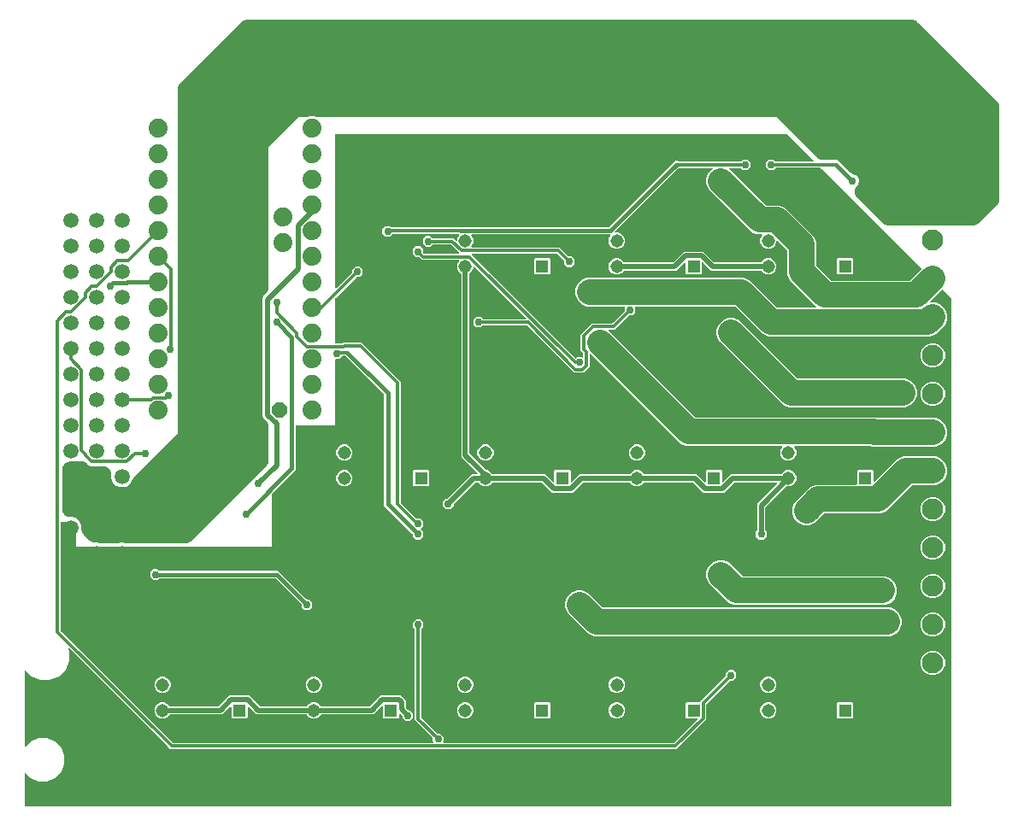
<source format=gbr>
G04 EAGLE Gerber RS-274X export*
G75*
%MOMM*%
%FSLAX34Y34*%
%LPD*%
%INBottom Copper*%
%IPPOS*%
%AMOC8*
5,1,8,0,0,1.08239X$1,22.5*%
G01*
%ADD10R,1.508000X1.508000*%
%ADD11C,1.508000*%
%ADD12R,1.308000X1.308000*%
%ADD13C,1.308000*%
%ADD14C,1.879600*%
%ADD15R,2.100000X2.100000*%
%ADD16C,2.100000*%
%ADD17P,1.649562X8X22.500000*%
%ADD18C,0.756400*%
%ADD19C,0.508000*%
%ADD20C,0.304800*%
%ADD21C,0.406400*%
%ADD22C,2.540000*%

G36*
X928020Y10164D02*
X928020Y10164D01*
X928039Y10162D01*
X928141Y10184D01*
X928243Y10200D01*
X928260Y10210D01*
X928280Y10214D01*
X928369Y10267D01*
X928460Y10316D01*
X928474Y10330D01*
X928491Y10340D01*
X928558Y10419D01*
X928630Y10494D01*
X928638Y10512D01*
X928651Y10527D01*
X928690Y10623D01*
X928733Y10717D01*
X928735Y10737D01*
X928743Y10755D01*
X928761Y10922D01*
X928761Y513000D01*
X928747Y513090D01*
X928739Y513181D01*
X928727Y513211D01*
X928722Y513243D01*
X928679Y513323D01*
X928643Y513407D01*
X928617Y513439D01*
X928606Y513460D01*
X928583Y513482D01*
X928538Y513538D01*
X919960Y522117D01*
X919944Y522128D01*
X919931Y522144D01*
X919844Y522200D01*
X919760Y522260D01*
X919741Y522266D01*
X919724Y522277D01*
X919624Y522302D01*
X919525Y522332D01*
X919505Y522332D01*
X919486Y522337D01*
X919383Y522329D01*
X919279Y522326D01*
X919260Y522319D01*
X919241Y522318D01*
X919146Y522277D01*
X919048Y522242D01*
X919033Y522229D01*
X919014Y522221D01*
X918883Y522117D01*
X907541Y510774D01*
X907499Y510716D01*
X907450Y510664D01*
X907428Y510617D01*
X907398Y510575D01*
X907376Y510506D01*
X907346Y510441D01*
X907341Y510389D01*
X907325Y510339D01*
X907327Y510268D01*
X907319Y510197D01*
X907330Y510146D01*
X907332Y510094D01*
X907356Y510026D01*
X907371Y509956D01*
X907398Y509911D01*
X907416Y509863D01*
X907461Y509807D01*
X907498Y509745D01*
X907537Y509711D01*
X907570Y509671D01*
X907630Y509632D01*
X907684Y509585D01*
X907733Y509566D01*
X907777Y509538D01*
X907846Y509520D01*
X907913Y509493D01*
X907984Y509485D01*
X908015Y509477D01*
X908038Y509479D01*
X908079Y509475D01*
X912829Y509475D01*
X918058Y507309D01*
X922059Y503308D01*
X924225Y498079D01*
X924225Y492421D01*
X922059Y487192D01*
X912808Y477941D01*
X907579Y475775D01*
X747171Y475775D01*
X741942Y477941D01*
X714331Y505552D01*
X714257Y505605D01*
X714187Y505665D01*
X714157Y505677D01*
X714131Y505696D01*
X714044Y505723D01*
X713959Y505757D01*
X713918Y505761D01*
X713896Y505768D01*
X713864Y505767D01*
X713793Y505775D01*
X615561Y505775D01*
X615491Y505764D01*
X615419Y505762D01*
X615370Y505744D01*
X615319Y505736D01*
X615255Y505702D01*
X615188Y505677D01*
X615147Y505645D01*
X615101Y505620D01*
X615052Y505568D01*
X614996Y505524D01*
X614968Y505480D01*
X614932Y505442D01*
X614902Y505377D01*
X614863Y505317D01*
X614850Y505266D01*
X614828Y505219D01*
X614820Y505148D01*
X614803Y505078D01*
X614807Y505026D01*
X614801Y504975D01*
X614816Y504904D01*
X614822Y504833D01*
X614842Y504785D01*
X614853Y504734D01*
X614890Y504673D01*
X614918Y504607D01*
X614963Y504551D01*
X614980Y504523D01*
X614997Y504508D01*
X615023Y504476D01*
X615307Y504192D01*
X615307Y499796D01*
X612198Y496687D01*
X609320Y496687D01*
X609230Y496673D01*
X609139Y496665D01*
X609109Y496653D01*
X609077Y496648D01*
X608997Y496605D01*
X608913Y496569D01*
X608881Y496543D01*
X608860Y496532D01*
X608838Y496509D01*
X608782Y496464D01*
X595017Y482699D01*
X589255Y482699D01*
X589185Y482688D01*
X589113Y482686D01*
X589064Y482668D01*
X589013Y482660D01*
X588949Y482626D01*
X588882Y482601D01*
X588841Y482569D01*
X588795Y482544D01*
X588746Y482492D01*
X588690Y482448D01*
X588662Y482404D01*
X588626Y482366D01*
X588596Y482301D01*
X588557Y482241D01*
X588544Y482190D01*
X588522Y482143D01*
X588514Y482072D01*
X588497Y482002D01*
X588501Y481950D01*
X588495Y481899D01*
X588510Y481828D01*
X588516Y481757D01*
X588536Y481709D01*
X588547Y481658D01*
X588584Y481597D01*
X588612Y481531D01*
X588657Y481475D01*
X588674Y481447D01*
X588691Y481432D01*
X588717Y481400D01*
X674205Y395912D01*
X674279Y395859D01*
X674349Y395799D01*
X674379Y395787D01*
X674405Y395768D01*
X674492Y395741D01*
X674577Y395707D01*
X674618Y395703D01*
X674640Y395696D01*
X674672Y395697D01*
X674743Y395689D01*
X854530Y395689D01*
X855631Y395233D01*
X855695Y395218D01*
X855756Y395193D01*
X855839Y395184D01*
X855871Y395177D01*
X855890Y395178D01*
X855923Y395175D01*
X912829Y395175D01*
X918058Y393009D01*
X922059Y389008D01*
X924225Y383779D01*
X924225Y378121D01*
X922059Y372892D01*
X918058Y368891D01*
X912829Y366725D01*
X849385Y366725D01*
X848284Y367181D01*
X848220Y367196D01*
X848160Y367221D01*
X848077Y367230D01*
X848045Y367237D01*
X848025Y367236D01*
X847993Y367239D01*
X773604Y367239D01*
X773533Y367228D01*
X773461Y367226D01*
X773412Y367208D01*
X773361Y367200D01*
X773298Y367166D01*
X773230Y367141D01*
X773190Y367109D01*
X773144Y367084D01*
X773094Y367032D01*
X773038Y366988D01*
X773010Y366944D01*
X772974Y366906D01*
X772944Y366841D01*
X772905Y366781D01*
X772893Y366730D01*
X772871Y366683D01*
X772863Y366612D01*
X772845Y366542D01*
X772849Y366490D01*
X772844Y366439D01*
X772859Y366368D01*
X772864Y366297D01*
X772885Y366249D01*
X772896Y366198D01*
X772933Y366137D01*
X772961Y366071D01*
X773005Y366015D01*
X773022Y365987D01*
X773040Y365972D01*
X773065Y365940D01*
X773737Y365268D01*
X774965Y362304D01*
X774965Y359096D01*
X773737Y356132D01*
X771468Y353863D01*
X768504Y352635D01*
X765296Y352635D01*
X762332Y353863D01*
X760063Y356132D01*
X758835Y359096D01*
X758835Y362304D01*
X760063Y365268D01*
X760735Y365940D01*
X760776Y365998D01*
X760826Y366050D01*
X760848Y366097D01*
X760878Y366139D01*
X760899Y366208D01*
X760929Y366273D01*
X760935Y366325D01*
X760950Y366375D01*
X760949Y366446D01*
X760956Y366517D01*
X760945Y366568D01*
X760944Y366620D01*
X760919Y366688D01*
X760904Y366758D01*
X760877Y366803D01*
X760860Y366851D01*
X760815Y366907D01*
X760778Y366969D01*
X760738Y367003D01*
X760706Y367043D01*
X760646Y367082D01*
X760591Y367129D01*
X760543Y367148D01*
X760499Y367176D01*
X760429Y367194D01*
X760363Y367221D01*
X760292Y367229D01*
X760260Y367237D01*
X760237Y367235D01*
X760196Y367239D01*
X665707Y367239D01*
X660478Y369405D01*
X656370Y373513D01*
X571178Y458705D01*
X571120Y458747D01*
X571068Y458796D01*
X571021Y458818D01*
X570979Y458848D01*
X570910Y458870D01*
X570845Y458900D01*
X570793Y458906D01*
X570743Y458921D01*
X570672Y458919D01*
X570601Y458927D01*
X570550Y458916D01*
X570498Y458914D01*
X570430Y458890D01*
X570360Y458875D01*
X570316Y458848D01*
X570267Y458830D01*
X570211Y458785D01*
X570149Y458748D01*
X570115Y458709D01*
X570075Y458676D01*
X570036Y458616D01*
X569989Y458562D01*
X569970Y458513D01*
X569942Y458469D01*
X569924Y458400D01*
X569897Y458333D01*
X569889Y458262D01*
X569881Y458231D01*
X569883Y458208D01*
X569879Y458167D01*
X569879Y445908D01*
X567870Y443899D01*
X566101Y442130D01*
X564092Y440121D01*
X554861Y440121D01*
X508254Y486728D01*
X508180Y486781D01*
X508110Y486841D01*
X508080Y486853D01*
X508054Y486872D01*
X507967Y486899D01*
X507882Y486933D01*
X507841Y486937D01*
X507819Y486944D01*
X507787Y486943D01*
X507716Y486951D01*
X464771Y486951D01*
X464681Y486937D01*
X464590Y486929D01*
X464561Y486917D01*
X464529Y486912D01*
X464448Y486869D01*
X464364Y486833D01*
X464332Y486807D01*
X464311Y486796D01*
X464289Y486773D01*
X464233Y486728D01*
X462198Y484693D01*
X457802Y484693D01*
X454693Y487802D01*
X454693Y492198D01*
X457802Y495307D01*
X462198Y495307D01*
X464233Y493272D01*
X464307Y493219D01*
X464377Y493159D01*
X464407Y493147D01*
X464433Y493128D01*
X464520Y493101D01*
X464605Y493067D01*
X464646Y493063D01*
X464668Y493056D01*
X464700Y493057D01*
X464771Y493049D01*
X506561Y493049D01*
X506632Y493060D01*
X506704Y493062D01*
X506753Y493080D01*
X506804Y493088D01*
X506867Y493122D01*
X506935Y493147D01*
X506976Y493179D01*
X507022Y493204D01*
X507071Y493255D01*
X507127Y493300D01*
X507155Y493344D01*
X507191Y493382D01*
X507221Y493447D01*
X507260Y493507D01*
X507273Y493558D01*
X507295Y493605D01*
X507302Y493676D01*
X507320Y493746D01*
X507316Y493798D01*
X507322Y493849D01*
X507306Y493920D01*
X507301Y493991D01*
X507280Y494039D01*
X507269Y494090D01*
X507233Y494151D01*
X507204Y494217D01*
X507160Y494273D01*
X507143Y494301D01*
X507125Y494316D01*
X507100Y494348D01*
X456264Y545184D01*
X456206Y545225D01*
X456154Y545275D01*
X456107Y545297D01*
X456065Y545327D01*
X455996Y545348D01*
X455931Y545379D01*
X455879Y545384D01*
X455829Y545400D01*
X455758Y545398D01*
X455687Y545406D01*
X455636Y545395D01*
X455584Y545393D01*
X455516Y545369D01*
X455446Y545353D01*
X455402Y545327D01*
X455353Y545309D01*
X455297Y545264D01*
X455235Y545227D01*
X455201Y545188D01*
X455161Y545155D01*
X455122Y545095D01*
X455075Y545040D01*
X455056Y544992D01*
X455028Y544948D01*
X455010Y544879D01*
X454983Y544812D01*
X454975Y544741D01*
X454967Y544710D01*
X454969Y544686D01*
X454965Y544645D01*
X454965Y543696D01*
X453737Y540732D01*
X451468Y538463D01*
X451435Y538449D01*
X451335Y538387D01*
X451235Y538328D01*
X451231Y538323D01*
X451226Y538320D01*
X451151Y538230D01*
X451075Y538141D01*
X451073Y538135D01*
X451069Y538130D01*
X451027Y538022D01*
X450983Y537913D01*
X450982Y537905D01*
X450981Y537900D01*
X450980Y537882D01*
X450965Y537746D01*
X450965Y360399D01*
X450979Y360309D01*
X450987Y360218D01*
X450999Y360188D01*
X451004Y360156D01*
X451047Y360076D01*
X451083Y359992D01*
X451109Y359960D01*
X451120Y359939D01*
X451143Y359917D01*
X451188Y359861D01*
X467461Y343588D01*
X467535Y343535D01*
X467604Y343475D01*
X467634Y343463D01*
X467660Y343444D01*
X467747Y343417D01*
X467832Y343383D01*
X467873Y343379D01*
X467895Y343372D01*
X467928Y343373D01*
X467999Y343365D01*
X468504Y343365D01*
X471468Y342137D01*
X473737Y339868D01*
X473751Y339835D01*
X473813Y339734D01*
X473872Y339635D01*
X473877Y339631D01*
X473880Y339626D01*
X473970Y339551D01*
X474059Y339475D01*
X474065Y339473D01*
X474070Y339469D01*
X474178Y339427D01*
X474287Y339383D01*
X474295Y339382D01*
X474300Y339381D01*
X474318Y339380D01*
X474454Y339365D01*
X525956Y339365D01*
X528560Y336761D01*
X533736Y331585D01*
X533794Y331543D01*
X533846Y331494D01*
X533893Y331472D01*
X533935Y331442D01*
X534004Y331421D01*
X534069Y331390D01*
X534121Y331385D01*
X534171Y331369D01*
X534242Y331371D01*
X534313Y331363D01*
X534364Y331374D01*
X534416Y331376D01*
X534484Y331400D01*
X534554Y331416D01*
X534598Y331442D01*
X534647Y331460D01*
X534703Y331505D01*
X534765Y331542D01*
X534799Y331581D01*
X534839Y331614D01*
X534878Y331674D01*
X534925Y331729D01*
X534944Y331777D01*
X534972Y331821D01*
X534990Y331890D01*
X535017Y331957D01*
X535025Y332028D01*
X535033Y332059D01*
X535031Y332083D01*
X535035Y332124D01*
X535035Y342472D01*
X535928Y343365D01*
X550272Y343365D01*
X551165Y342472D01*
X551165Y332124D01*
X551176Y332053D01*
X551178Y331981D01*
X551196Y331932D01*
X551204Y331881D01*
X551238Y331817D01*
X551263Y331750D01*
X551295Y331709D01*
X551320Y331663D01*
X551372Y331614D01*
X551416Y331558D01*
X551460Y331530D01*
X551498Y331494D01*
X551563Y331464D01*
X551623Y331425D01*
X551674Y331412D01*
X551721Y331390D01*
X551792Y331383D01*
X551862Y331365D01*
X551914Y331369D01*
X551965Y331363D01*
X552036Y331379D01*
X552107Y331384D01*
X552155Y331404D01*
X552206Y331416D01*
X552267Y331452D01*
X552333Y331480D01*
X552389Y331525D01*
X552417Y331542D01*
X552432Y331560D01*
X552464Y331585D01*
X560244Y339365D01*
X609346Y339365D01*
X609460Y339384D01*
X609577Y339401D01*
X609582Y339403D01*
X609589Y339404D01*
X609691Y339459D01*
X609796Y339512D01*
X609800Y339517D01*
X609806Y339520D01*
X609886Y339604D01*
X609968Y339688D01*
X609972Y339694D01*
X609975Y339698D01*
X609983Y339715D01*
X610049Y339835D01*
X610063Y339868D01*
X612332Y342137D01*
X615296Y343365D01*
X618504Y343365D01*
X621468Y342137D01*
X623737Y339868D01*
X623751Y339835D01*
X623813Y339734D01*
X623872Y339635D01*
X623877Y339631D01*
X623880Y339626D01*
X623970Y339551D01*
X624059Y339475D01*
X624065Y339473D01*
X624070Y339469D01*
X624178Y339427D01*
X624287Y339383D01*
X624295Y339382D01*
X624300Y339381D01*
X624318Y339380D01*
X624454Y339365D01*
X675956Y339365D01*
X683736Y331585D01*
X683794Y331543D01*
X683846Y331494D01*
X683893Y331472D01*
X683935Y331442D01*
X684004Y331421D01*
X684069Y331390D01*
X684121Y331385D01*
X684171Y331369D01*
X684242Y331371D01*
X684313Y331363D01*
X684364Y331374D01*
X684416Y331376D01*
X684484Y331400D01*
X684554Y331416D01*
X684599Y331442D01*
X684647Y331460D01*
X684703Y331505D01*
X684765Y331542D01*
X684799Y331581D01*
X684839Y331614D01*
X684878Y331674D01*
X684925Y331729D01*
X684944Y331777D01*
X684972Y331821D01*
X684990Y331890D01*
X685017Y331957D01*
X685025Y332028D01*
X685033Y332059D01*
X685031Y332083D01*
X685035Y332124D01*
X685035Y342472D01*
X685928Y343365D01*
X700272Y343365D01*
X701165Y342472D01*
X701165Y332124D01*
X701176Y332053D01*
X701178Y331981D01*
X701196Y331932D01*
X701204Y331881D01*
X701238Y331817D01*
X701263Y331750D01*
X701295Y331709D01*
X701320Y331663D01*
X701372Y331614D01*
X701416Y331558D01*
X701460Y331530D01*
X701498Y331494D01*
X701563Y331464D01*
X701623Y331425D01*
X701674Y331412D01*
X701721Y331390D01*
X701792Y331383D01*
X701862Y331365D01*
X701914Y331369D01*
X701965Y331363D01*
X702036Y331379D01*
X702107Y331384D01*
X702155Y331404D01*
X702206Y331416D01*
X702267Y331452D01*
X702333Y331480D01*
X702389Y331525D01*
X702417Y331542D01*
X702432Y331560D01*
X702464Y331585D01*
X710244Y339365D01*
X759346Y339365D01*
X759460Y339384D01*
X759577Y339401D01*
X759582Y339403D01*
X759589Y339404D01*
X759691Y339459D01*
X759796Y339512D01*
X759800Y339517D01*
X759806Y339520D01*
X759886Y339604D01*
X759968Y339688D01*
X759972Y339694D01*
X759975Y339698D01*
X759983Y339715D01*
X760049Y339835D01*
X760063Y339868D01*
X762332Y342137D01*
X765296Y343365D01*
X768504Y343365D01*
X771468Y342137D01*
X773737Y339868D01*
X774965Y336904D01*
X774965Y333696D01*
X773737Y330732D01*
X771468Y328463D01*
X768504Y327235D01*
X765296Y327235D01*
X765262Y327249D01*
X765149Y327276D01*
X765035Y327304D01*
X765029Y327304D01*
X765023Y327305D01*
X764906Y327294D01*
X764790Y327285D01*
X764784Y327283D01*
X764778Y327282D01*
X764670Y327234D01*
X764564Y327189D01*
X764558Y327184D01*
X764553Y327182D01*
X764539Y327170D01*
X764433Y327084D01*
X744288Y306939D01*
X744235Y306865D01*
X744175Y306796D01*
X744163Y306766D01*
X744144Y306740D01*
X744117Y306653D01*
X744083Y306568D01*
X744079Y306527D01*
X744072Y306504D01*
X744073Y306472D01*
X744065Y306401D01*
X744065Y283755D01*
X744079Y283665D01*
X744087Y283574D01*
X744099Y283545D01*
X744104Y283513D01*
X744147Y283432D01*
X744183Y283348D01*
X744209Y283316D01*
X744220Y283295D01*
X744243Y283273D01*
X744288Y283217D01*
X745307Y282198D01*
X745307Y277802D01*
X742198Y274693D01*
X737802Y274693D01*
X734693Y277802D01*
X734693Y282198D01*
X735712Y283217D01*
X735765Y283291D01*
X735825Y283361D01*
X735837Y283391D01*
X735856Y283417D01*
X735883Y283504D01*
X735917Y283589D01*
X735921Y283630D01*
X735928Y283652D01*
X735927Y283684D01*
X735935Y283755D01*
X735935Y310084D01*
X755787Y329936D01*
X755829Y329994D01*
X755879Y330046D01*
X755901Y330093D01*
X755931Y330135D01*
X755952Y330204D01*
X755982Y330269D01*
X755988Y330321D01*
X756003Y330371D01*
X756001Y330442D01*
X756009Y330513D01*
X755998Y330564D01*
X755997Y330616D01*
X755972Y330684D01*
X755957Y330754D01*
X755930Y330799D01*
X755912Y330847D01*
X755868Y330903D01*
X755831Y330965D01*
X755791Y330999D01*
X755759Y331039D01*
X755698Y331078D01*
X755644Y331125D01*
X755596Y331144D01*
X755552Y331172D01*
X755482Y331190D01*
X755416Y331217D01*
X755344Y331225D01*
X755313Y331233D01*
X755290Y331231D01*
X755249Y331235D01*
X713926Y331235D01*
X713836Y331221D01*
X713745Y331213D01*
X713716Y331201D01*
X713684Y331196D01*
X713603Y331153D01*
X713519Y331117D01*
X713487Y331091D01*
X713466Y331080D01*
X713444Y331057D01*
X713388Y331012D01*
X703007Y320631D01*
X683193Y320631D01*
X672812Y331012D01*
X672738Y331065D01*
X672669Y331125D01*
X672638Y331137D01*
X672612Y331156D01*
X672525Y331183D01*
X672440Y331217D01*
X672399Y331221D01*
X672377Y331228D01*
X672345Y331227D01*
X672274Y331235D01*
X624454Y331235D01*
X624340Y331216D01*
X624223Y331199D01*
X624218Y331197D01*
X624211Y331196D01*
X624109Y331141D01*
X624004Y331088D01*
X624000Y331083D01*
X623994Y331080D01*
X623914Y330996D01*
X623832Y330912D01*
X623828Y330906D01*
X623825Y330902D01*
X623817Y330885D01*
X623751Y330765D01*
X623737Y330732D01*
X621468Y328463D01*
X618504Y327235D01*
X615296Y327235D01*
X612332Y328463D01*
X610063Y330732D01*
X610049Y330765D01*
X609987Y330865D01*
X609928Y330965D01*
X609923Y330969D01*
X609920Y330974D01*
X609830Y331048D01*
X609741Y331125D01*
X609735Y331127D01*
X609730Y331131D01*
X609622Y331173D01*
X609513Y331217D01*
X609505Y331218D01*
X609500Y331219D01*
X609482Y331220D01*
X609346Y331235D01*
X563926Y331235D01*
X563836Y331221D01*
X563745Y331213D01*
X563716Y331201D01*
X563684Y331196D01*
X563603Y331153D01*
X563519Y331117D01*
X563487Y331091D01*
X563466Y331080D01*
X563444Y331057D01*
X563388Y331012D01*
X553007Y320631D01*
X533193Y320631D01*
X530589Y323235D01*
X522812Y331012D01*
X522738Y331065D01*
X522669Y331125D01*
X522638Y331137D01*
X522612Y331156D01*
X522525Y331183D01*
X522440Y331217D01*
X522399Y331221D01*
X522377Y331228D01*
X522345Y331227D01*
X522274Y331235D01*
X474454Y331235D01*
X474340Y331216D01*
X474223Y331199D01*
X474218Y331197D01*
X474211Y331196D01*
X474109Y331141D01*
X474004Y331088D01*
X474000Y331083D01*
X473994Y331080D01*
X473914Y330996D01*
X473832Y330912D01*
X473828Y330906D01*
X473825Y330902D01*
X473817Y330885D01*
X473751Y330765D01*
X473737Y330732D01*
X471468Y328463D01*
X468504Y327235D01*
X465296Y327235D01*
X462332Y328463D01*
X460063Y330732D01*
X460049Y330765D01*
X459987Y330865D01*
X459928Y330965D01*
X459923Y330969D01*
X459920Y330974D01*
X459830Y331048D01*
X459741Y331125D01*
X459735Y331127D01*
X459730Y331131D01*
X459622Y331173D01*
X459513Y331217D01*
X459505Y331218D01*
X459500Y331219D01*
X459482Y331220D01*
X459346Y331235D01*
X457299Y331235D01*
X457209Y331221D01*
X457118Y331213D01*
X457088Y331201D01*
X457056Y331196D01*
X456976Y331153D01*
X456892Y331117D01*
X456860Y331091D01*
X456839Y331080D01*
X456817Y331057D01*
X456761Y331012D01*
X435530Y309781D01*
X435477Y309707D01*
X435417Y309638D01*
X435405Y309608D01*
X435386Y309582D01*
X435359Y309495D01*
X435325Y309410D01*
X435321Y309369D01*
X435314Y309346D01*
X435315Y309314D01*
X435307Y309243D01*
X435307Y307802D01*
X432198Y304693D01*
X427802Y304693D01*
X424693Y307802D01*
X424693Y312198D01*
X427802Y315307D01*
X429243Y315307D01*
X429333Y315321D01*
X429424Y315329D01*
X429454Y315341D01*
X429486Y315346D01*
X429566Y315389D01*
X429650Y315425D01*
X429682Y315451D01*
X429703Y315462D01*
X429725Y315485D01*
X429781Y315530D01*
X453616Y339365D01*
X458349Y339365D01*
X458420Y339376D01*
X458492Y339378D01*
X458540Y339396D01*
X458592Y339404D01*
X458655Y339438D01*
X458723Y339463D01*
X458763Y339495D01*
X458809Y339520D01*
X458859Y339572D01*
X458915Y339616D01*
X458943Y339660D01*
X458979Y339698D01*
X459009Y339763D01*
X459048Y339823D01*
X459060Y339874D01*
X459082Y339921D01*
X459090Y339992D01*
X459108Y340062D01*
X459104Y340114D01*
X459109Y340165D01*
X459094Y340236D01*
X459088Y340307D01*
X459068Y340355D01*
X459057Y340406D01*
X459020Y340467D01*
X458992Y340533D01*
X458947Y340589D01*
X458931Y340617D01*
X458913Y340632D01*
X458887Y340664D01*
X442835Y356716D01*
X442835Y537746D01*
X442817Y537860D01*
X442799Y537977D01*
X442797Y537982D01*
X442796Y537989D01*
X442741Y538091D01*
X442688Y538196D01*
X442683Y538200D01*
X442680Y538206D01*
X442596Y538286D01*
X442512Y538368D01*
X442506Y538372D01*
X442502Y538375D01*
X442485Y538383D01*
X442365Y538449D01*
X442332Y538463D01*
X440063Y540732D01*
X438835Y543696D01*
X438835Y546904D01*
X440063Y549868D01*
X440735Y550540D01*
X440776Y550598D01*
X440826Y550650D01*
X440848Y550697D01*
X440878Y550739D01*
X440899Y550808D01*
X440929Y550873D01*
X440935Y550925D01*
X440950Y550975D01*
X440949Y551046D01*
X440956Y551117D01*
X440945Y551168D01*
X440944Y551220D01*
X440919Y551288D01*
X440904Y551358D01*
X440877Y551403D01*
X440860Y551451D01*
X440815Y551507D01*
X440778Y551569D01*
X440738Y551603D01*
X440706Y551643D01*
X440646Y551682D01*
X440591Y551729D01*
X440543Y551748D01*
X440499Y551776D01*
X440429Y551794D01*
X440363Y551821D01*
X440292Y551829D01*
X440260Y551837D01*
X440237Y551835D01*
X440196Y551839D01*
X403849Y551839D01*
X401218Y554470D01*
X401144Y554523D01*
X401075Y554583D01*
X401045Y554595D01*
X401018Y554614D01*
X400931Y554641D01*
X400847Y554675D01*
X400806Y554679D01*
X400783Y554686D01*
X400751Y554685D01*
X400680Y554693D01*
X397802Y554693D01*
X394693Y557802D01*
X394693Y562198D01*
X397802Y565307D01*
X402198Y565307D01*
X405307Y562198D01*
X405307Y559320D01*
X405321Y559230D01*
X405329Y559139D01*
X405341Y559109D01*
X405346Y559077D01*
X405389Y558997D01*
X405425Y558913D01*
X405451Y558881D01*
X405462Y558860D01*
X405485Y558838D01*
X405530Y558782D01*
X406152Y558160D01*
X406226Y558107D01*
X406295Y558047D01*
X406325Y558035D01*
X406352Y558016D01*
X406439Y557989D01*
X406523Y557955D01*
X406564Y557951D01*
X406587Y557944D01*
X406619Y557945D01*
X406690Y557937D01*
X439954Y557937D01*
X440025Y557948D01*
X440097Y557950D01*
X440146Y557968D01*
X440197Y557976D01*
X440260Y558010D01*
X440328Y558035D01*
X440368Y558067D01*
X440415Y558092D01*
X440464Y558144D01*
X440520Y558188D01*
X440548Y558232D01*
X440584Y558270D01*
X440614Y558335D01*
X440653Y558395D01*
X440666Y558446D01*
X440688Y558493D01*
X440695Y558564D01*
X440713Y558634D01*
X440709Y558686D01*
X440715Y558737D01*
X440699Y558808D01*
X440694Y558879D01*
X440673Y558927D01*
X440662Y558978D01*
X440626Y559039D01*
X440597Y559105D01*
X440553Y559161D01*
X440536Y559189D01*
X440518Y559204D01*
X440493Y559236D01*
X439657Y560072D01*
X433001Y566728D01*
X432927Y566781D01*
X432857Y566841D01*
X432827Y566853D01*
X432801Y566872D01*
X432714Y566899D01*
X432629Y566933D01*
X432588Y566937D01*
X432566Y566944D01*
X432534Y566943D01*
X432462Y566951D01*
X414771Y566951D01*
X414681Y566937D01*
X414590Y566929D01*
X414561Y566917D01*
X414529Y566912D01*
X414448Y566869D01*
X414364Y566833D01*
X414332Y566807D01*
X414311Y566796D01*
X414289Y566773D01*
X414233Y566728D01*
X412198Y564693D01*
X407802Y564693D01*
X404693Y567802D01*
X404693Y572198D01*
X407802Y575307D01*
X412198Y575307D01*
X414233Y573272D01*
X414307Y573219D01*
X414377Y573159D01*
X414407Y573147D01*
X414433Y573128D01*
X414520Y573101D01*
X414605Y573067D01*
X414646Y573063D01*
X414668Y573056D01*
X414700Y573057D01*
X414771Y573049D01*
X435303Y573049D01*
X437536Y570816D01*
X437594Y570774D01*
X437646Y570725D01*
X437693Y570703D01*
X437735Y570673D01*
X437804Y570652D01*
X437869Y570621D01*
X437921Y570616D01*
X437971Y570600D01*
X438042Y570602D01*
X438113Y570594D01*
X438164Y570605D01*
X438216Y570607D01*
X438284Y570631D01*
X438354Y570647D01*
X438399Y570673D01*
X438447Y570691D01*
X438503Y570736D01*
X438565Y570773D01*
X438599Y570812D01*
X438639Y570845D01*
X438678Y570905D01*
X438725Y570960D01*
X438744Y571008D01*
X438772Y571052D01*
X438790Y571121D01*
X438817Y571188D01*
X438825Y571259D01*
X438833Y571290D01*
X438831Y571314D01*
X438835Y571355D01*
X438835Y572304D01*
X440063Y575268D01*
X440805Y576010D01*
X440817Y576027D01*
X440832Y576039D01*
X440862Y576086D01*
X440878Y576103D01*
X440891Y576130D01*
X440949Y576210D01*
X440955Y576229D01*
X440965Y576246D01*
X440991Y576346D01*
X441021Y576445D01*
X441021Y576465D01*
X441025Y576484D01*
X441017Y576587D01*
X441015Y576691D01*
X441008Y576710D01*
X441006Y576730D01*
X440966Y576824D01*
X440930Y576922D01*
X440918Y576938D01*
X440910Y576956D01*
X440805Y577087D01*
X440368Y577524D01*
X440294Y577577D01*
X440224Y577637D01*
X440194Y577649D01*
X440168Y577668D01*
X440081Y577695D01*
X439996Y577729D01*
X439955Y577733D01*
X439933Y577740D01*
X439901Y577739D01*
X439829Y577747D01*
X375567Y577747D01*
X375477Y577733D01*
X375386Y577725D01*
X375357Y577713D01*
X375325Y577708D01*
X375244Y577665D01*
X375160Y577629D01*
X375128Y577603D01*
X375107Y577592D01*
X375085Y577569D01*
X375029Y577524D01*
X372198Y574693D01*
X367802Y574693D01*
X364693Y577802D01*
X364693Y582198D01*
X367802Y585307D01*
X372198Y585307D01*
X373437Y584068D01*
X373511Y584015D01*
X373581Y583955D01*
X373611Y583943D01*
X373637Y583924D01*
X373724Y583897D01*
X373809Y583863D01*
X373850Y583859D01*
X373872Y583852D01*
X373904Y583853D01*
X373975Y583845D01*
X440421Y583845D01*
X440512Y583859D01*
X440602Y583867D01*
X440632Y583879D01*
X440664Y583884D01*
X440745Y583927D01*
X440829Y583963D01*
X440861Y583989D01*
X440882Y584000D01*
X440904Y584023D01*
X440960Y584068D01*
X441245Y584353D01*
X589007Y584353D01*
X589098Y584367D01*
X589188Y584375D01*
X589218Y584387D01*
X589250Y584392D01*
X589331Y584435D01*
X589415Y584471D01*
X589447Y584497D01*
X589468Y584508D01*
X589490Y584531D01*
X589546Y584576D01*
X654783Y649813D01*
X657729Y649813D01*
X658270Y649272D01*
X658344Y649219D01*
X658414Y649159D01*
X658444Y649147D01*
X658470Y649128D01*
X658557Y649101D01*
X658642Y649067D01*
X658683Y649063D01*
X658705Y649056D01*
X658737Y649057D01*
X658809Y649049D01*
X719229Y649049D01*
X719319Y649063D01*
X719410Y649071D01*
X719439Y649083D01*
X719471Y649088D01*
X719552Y649131D01*
X719636Y649167D01*
X719668Y649193D01*
X719689Y649204D01*
X719711Y649227D01*
X719767Y649272D01*
X721802Y651307D01*
X726198Y651307D01*
X729307Y648198D01*
X729307Y643802D01*
X726198Y640693D01*
X721802Y640693D01*
X719767Y642728D01*
X719693Y642781D01*
X719623Y642841D01*
X719593Y642853D01*
X719567Y642872D01*
X719480Y642899D01*
X719395Y642933D01*
X719354Y642937D01*
X719332Y642944D01*
X719300Y642943D01*
X719229Y642951D01*
X709003Y642951D01*
X708933Y642940D01*
X708861Y642938D01*
X708812Y642920D01*
X708761Y642912D01*
X708697Y642878D01*
X708630Y642853D01*
X708589Y642821D01*
X708543Y642796D01*
X708494Y642744D01*
X708438Y642700D01*
X708410Y642656D01*
X708374Y642618D01*
X708344Y642553D01*
X708305Y642493D01*
X708292Y642442D01*
X708270Y642395D01*
X708262Y642324D01*
X708245Y642254D01*
X708249Y642202D01*
X708243Y642151D01*
X708258Y642080D01*
X708264Y642009D01*
X708284Y641961D01*
X708295Y641910D01*
X708332Y641849D01*
X708360Y641783D01*
X708405Y641727D01*
X708422Y641699D01*
X708439Y641684D01*
X708465Y641652D01*
X744205Y605912D01*
X744279Y605859D01*
X744349Y605799D01*
X744379Y605787D01*
X744405Y605768D01*
X744492Y605741D01*
X744577Y605707D01*
X744618Y605703D01*
X744640Y605696D01*
X744672Y605697D01*
X744743Y605689D01*
X758330Y605689D01*
X763558Y603523D01*
X792059Y575022D01*
X794225Y569794D01*
X794225Y546207D01*
X794239Y546117D01*
X794247Y546026D01*
X794259Y545997D01*
X794264Y545965D01*
X794307Y545884D01*
X794343Y545800D01*
X794369Y545768D01*
X794380Y545747D01*
X794403Y545725D01*
X794448Y545669D01*
X808745Y531372D01*
X808819Y531319D01*
X808889Y531259D01*
X808919Y531247D01*
X808945Y531228D01*
X809032Y531201D01*
X809117Y531167D01*
X809158Y531163D01*
X809180Y531156D01*
X809212Y531157D01*
X809283Y531149D01*
X887367Y531149D01*
X887457Y531163D01*
X887548Y531171D01*
X887577Y531183D01*
X887609Y531188D01*
X887690Y531231D01*
X887774Y531267D01*
X887806Y531293D01*
X887827Y531304D01*
X887849Y531327D01*
X887905Y531372D01*
X898767Y542233D01*
X898778Y542250D01*
X898794Y542262D01*
X898850Y542349D01*
X898910Y542433D01*
X898916Y542452D01*
X898927Y542469D01*
X898952Y542569D01*
X898982Y542668D01*
X898982Y542688D01*
X898987Y542707D01*
X898979Y542810D01*
X898976Y542914D01*
X898969Y542933D01*
X898968Y542953D01*
X898927Y543047D01*
X898892Y543145D01*
X898879Y543161D01*
X898871Y543179D01*
X898767Y543310D01*
X799092Y642984D01*
X799018Y643037D01*
X798949Y643097D01*
X798919Y643109D01*
X798893Y643128D01*
X798806Y643155D01*
X798721Y643189D01*
X798680Y643193D01*
X798657Y643200D01*
X798625Y643199D01*
X798554Y643207D01*
X755027Y643207D01*
X754937Y643193D01*
X754846Y643185D01*
X754817Y643173D01*
X754785Y643168D01*
X754704Y643125D01*
X754620Y643089D01*
X754588Y643063D01*
X754567Y643052D01*
X754545Y643029D01*
X754489Y642984D01*
X752198Y640693D01*
X747802Y640693D01*
X744693Y643802D01*
X744693Y648198D01*
X747802Y651307D01*
X752198Y651307D01*
X753977Y649528D01*
X754051Y649475D01*
X754121Y649415D01*
X754151Y649403D01*
X754177Y649384D01*
X754264Y649357D01*
X754349Y649323D01*
X754390Y649319D01*
X754412Y649312D01*
X754444Y649313D01*
X754515Y649305D01*
X790934Y649305D01*
X791005Y649316D01*
X791076Y649318D01*
X791125Y649336D01*
X791177Y649344D01*
X791240Y649378D01*
X791307Y649403D01*
X791348Y649435D01*
X791394Y649460D01*
X791443Y649511D01*
X791499Y649556D01*
X791528Y649600D01*
X791564Y649638D01*
X791594Y649703D01*
X791632Y649763D01*
X791645Y649814D01*
X791667Y649861D01*
X791675Y649932D01*
X791693Y650002D01*
X791688Y650054D01*
X791694Y650105D01*
X791679Y650176D01*
X791673Y650247D01*
X791653Y650295D01*
X791642Y650346D01*
X791605Y650407D01*
X791577Y650473D01*
X791532Y650529D01*
X791516Y650557D01*
X791498Y650572D01*
X791472Y650604D01*
X765538Y676538D01*
X765464Y676591D01*
X765395Y676651D01*
X765365Y676663D01*
X765339Y676682D01*
X765252Y676709D01*
X765167Y676743D01*
X765126Y676747D01*
X765103Y676754D01*
X765071Y676753D01*
X765000Y676761D01*
X319000Y676761D01*
X318980Y676758D01*
X318961Y676760D01*
X318859Y676738D01*
X318757Y676722D01*
X318740Y676712D01*
X318720Y676708D01*
X318631Y676655D01*
X318540Y676606D01*
X318526Y676592D01*
X318509Y676582D01*
X318442Y676503D01*
X318371Y676428D01*
X318362Y676410D01*
X318349Y676395D01*
X318310Y676299D01*
X318267Y676205D01*
X318265Y676185D01*
X318257Y676167D01*
X318239Y676000D01*
X318239Y524388D01*
X318250Y524317D01*
X318252Y524246D01*
X318270Y524197D01*
X318279Y524145D01*
X318312Y524082D01*
X318337Y524015D01*
X318369Y523974D01*
X318394Y523928D01*
X318446Y523879D01*
X318490Y523823D01*
X318534Y523794D01*
X318572Y523759D01*
X318637Y523728D01*
X318697Y523690D01*
X318748Y523677D01*
X318795Y523655D01*
X318866Y523647D01*
X318936Y523630D01*
X318988Y523634D01*
X319039Y523628D01*
X319110Y523643D01*
X319181Y523649D01*
X319229Y523669D01*
X319280Y523680D01*
X319341Y523717D01*
X319407Y523745D01*
X319463Y523790D01*
X319491Y523806D01*
X319506Y523824D01*
X319538Y523850D01*
X334470Y538782D01*
X334523Y538856D01*
X334583Y538925D01*
X334595Y538955D01*
X334614Y538982D01*
X334641Y539069D01*
X334675Y539153D01*
X334679Y539194D01*
X334686Y539217D01*
X334685Y539249D01*
X334693Y539320D01*
X334693Y542198D01*
X337802Y545307D01*
X342198Y545307D01*
X345307Y542198D01*
X345307Y537802D01*
X342198Y534693D01*
X339320Y534693D01*
X339230Y534679D01*
X339139Y534671D01*
X339109Y534659D01*
X339077Y534654D01*
X338997Y534611D01*
X338913Y534575D01*
X338881Y534549D01*
X338860Y534538D01*
X338838Y534515D01*
X338782Y534470D01*
X318462Y514150D01*
X318409Y514076D01*
X318349Y514007D01*
X318337Y513977D01*
X318318Y513950D01*
X318291Y513863D01*
X318257Y513779D01*
X318253Y513738D01*
X318246Y513715D01*
X318247Y513683D01*
X318239Y513612D01*
X318239Y469756D01*
X318242Y469736D01*
X318240Y469717D01*
X318262Y469615D01*
X318279Y469513D01*
X318288Y469496D01*
X318292Y469476D01*
X318345Y469387D01*
X318394Y469296D01*
X318408Y469282D01*
X318418Y469265D01*
X318497Y469198D01*
X318572Y469126D01*
X318590Y469118D01*
X318605Y469105D01*
X318701Y469066D01*
X318795Y469023D01*
X318815Y469021D01*
X318833Y469013D01*
X319000Y468995D01*
X324709Y468995D01*
X324799Y469009D01*
X324890Y469017D01*
X324919Y469029D01*
X324951Y469034D01*
X325032Y469077D01*
X325116Y469113D01*
X325148Y469139D01*
X325169Y469150D01*
X325191Y469173D01*
X325247Y469218D01*
X325908Y469879D01*
X344433Y469879D01*
X383049Y431263D01*
X383049Y311237D01*
X383063Y311147D01*
X383071Y311056D01*
X383083Y311027D01*
X383088Y310995D01*
X383131Y310914D01*
X383167Y310830D01*
X383193Y310798D01*
X383204Y310777D01*
X383227Y310755D01*
X383272Y310699D01*
X398252Y295718D01*
X398326Y295665D01*
X398396Y295606D01*
X398426Y295594D01*
X398452Y295575D01*
X398539Y295548D01*
X398624Y295514D01*
X398665Y295509D01*
X398687Y295503D01*
X398719Y295503D01*
X398791Y295495D01*
X402387Y295495D01*
X405495Y292387D01*
X405495Y287991D01*
X403043Y285538D01*
X403032Y285522D01*
X403016Y285510D01*
X402960Y285422D01*
X402900Y285339D01*
X402894Y285320D01*
X402883Y285303D01*
X402858Y285202D01*
X402827Y285103D01*
X402828Y285084D01*
X402823Y285064D01*
X402831Y284961D01*
X402834Y284858D01*
X402840Y284839D01*
X402842Y284819D01*
X402882Y284724D01*
X402918Y284627D01*
X402931Y284611D01*
X402938Y284593D01*
X403043Y284462D01*
X405307Y282198D01*
X405307Y277802D01*
X402198Y274693D01*
X397802Y274693D01*
X394693Y277802D01*
X394693Y279961D01*
X394679Y280052D01*
X394671Y280142D01*
X394659Y280172D01*
X394654Y280204D01*
X394611Y280285D01*
X394575Y280369D01*
X394549Y280401D01*
X394538Y280422D01*
X394515Y280444D01*
X394470Y280500D01*
X366443Y308527D01*
X366443Y418211D01*
X366441Y418223D01*
X366442Y418230D01*
X366434Y418268D01*
X366429Y418302D01*
X366421Y418392D01*
X366409Y418422D01*
X366404Y418454D01*
X366361Y418535D01*
X366325Y418619D01*
X366299Y418651D01*
X366288Y418672D01*
X366265Y418694D01*
X366220Y418750D01*
X328242Y456728D01*
X328168Y456781D01*
X328098Y456841D01*
X328068Y456853D01*
X328042Y456872D01*
X327955Y456899D01*
X327870Y456933D01*
X327829Y456937D01*
X327807Y456944D01*
X327775Y456943D01*
X327703Y456951D01*
X325655Y456951D01*
X325565Y456937D01*
X325474Y456929D01*
X325445Y456917D01*
X325413Y456912D01*
X325332Y456869D01*
X325248Y456833D01*
X325216Y456807D01*
X325195Y456796D01*
X325173Y456773D01*
X325117Y456728D01*
X322198Y453809D01*
X319000Y453809D01*
X318980Y453806D01*
X318961Y453808D01*
X318859Y453786D01*
X318757Y453770D01*
X318740Y453760D01*
X318720Y453756D01*
X318631Y453703D01*
X318540Y453654D01*
X318526Y453640D01*
X318509Y453630D01*
X318442Y453551D01*
X318371Y453476D01*
X318362Y453458D01*
X318349Y453443D01*
X318310Y453347D01*
X318267Y453253D01*
X318265Y453233D01*
X318257Y453215D01*
X318239Y453048D01*
X318239Y387761D01*
X279318Y387761D01*
X279298Y387758D01*
X279279Y387760D01*
X279177Y387738D01*
X279075Y387722D01*
X279058Y387712D01*
X279038Y387708D01*
X278949Y387655D01*
X278858Y387606D01*
X278844Y387592D01*
X278827Y387582D01*
X278760Y387503D01*
X278688Y387428D01*
X278680Y387410D01*
X278667Y387395D01*
X278628Y387299D01*
X278585Y387205D01*
X278583Y387185D01*
X278575Y387167D01*
X278557Y387000D01*
X278557Y343527D01*
X255462Y320432D01*
X255409Y320358D01*
X255349Y320288D01*
X255337Y320258D01*
X255318Y320232D01*
X255291Y320145D01*
X255257Y320060D01*
X255253Y320019D01*
X255246Y319997D01*
X255247Y319965D01*
X255239Y319893D01*
X255239Y267761D01*
X61761Y267761D01*
X61761Y291000D01*
X61758Y291020D01*
X61760Y291039D01*
X61738Y291141D01*
X61722Y291243D01*
X61712Y291260D01*
X61708Y291280D01*
X61655Y291369D01*
X61606Y291460D01*
X61592Y291474D01*
X61582Y291491D01*
X61503Y291558D01*
X61428Y291630D01*
X61410Y291638D01*
X61395Y291651D01*
X61299Y291690D01*
X61205Y291733D01*
X61185Y291735D01*
X61167Y291743D01*
X61000Y291761D01*
X46871Y291761D01*
X46852Y291758D01*
X46832Y291760D01*
X46731Y291738D01*
X46629Y291722D01*
X46611Y291712D01*
X46592Y291708D01*
X46502Y291655D01*
X46411Y291606D01*
X46398Y291592D01*
X46380Y291582D01*
X46313Y291503D01*
X46242Y291428D01*
X46233Y291410D01*
X46220Y291395D01*
X46182Y291299D01*
X46138Y291205D01*
X46136Y291185D01*
X46129Y291167D01*
X46110Y291000D01*
X46110Y184640D01*
X46125Y184549D01*
X46132Y184459D01*
X46145Y184429D01*
X46150Y184397D01*
X46193Y184316D01*
X46228Y184232D01*
X46254Y184200D01*
X46265Y184179D01*
X46288Y184157D01*
X46333Y184101D01*
X157163Y73272D01*
X157236Y73219D01*
X157306Y73159D01*
X157336Y73147D01*
X157362Y73128D01*
X157449Y73101D01*
X157534Y73067D01*
X157575Y73063D01*
X157597Y73056D01*
X157630Y73057D01*
X157701Y73049D01*
X414439Y73049D01*
X414509Y73060D01*
X414581Y73062D01*
X414630Y73080D01*
X414681Y73088D01*
X414745Y73122D01*
X414812Y73147D01*
X414853Y73179D01*
X414899Y73204D01*
X414948Y73256D01*
X415004Y73300D01*
X415032Y73344D01*
X415068Y73382D01*
X415098Y73447D01*
X415137Y73507D01*
X415150Y73558D01*
X415172Y73605D01*
X415180Y73676D01*
X415197Y73746D01*
X415193Y73798D01*
X415199Y73849D01*
X415184Y73920D01*
X415178Y73991D01*
X415158Y74039D01*
X415147Y74090D01*
X415110Y74151D01*
X415082Y74217D01*
X415037Y74273D01*
X415020Y74301D01*
X415003Y74316D01*
X414977Y74348D01*
X414693Y74632D01*
X414693Y77510D01*
X414679Y77600D01*
X414671Y77691D01*
X414659Y77721D01*
X414654Y77753D01*
X414611Y77833D01*
X414575Y77917D01*
X414549Y77949D01*
X414538Y77970D01*
X414515Y77992D01*
X414470Y78048D01*
X398960Y93558D01*
X396951Y95567D01*
X396951Y185635D01*
X396937Y185725D01*
X396929Y185816D01*
X396917Y185846D01*
X396912Y185878D01*
X396869Y185958D01*
X396833Y186042D01*
X396807Y186074D01*
X396796Y186095D01*
X396773Y186117D01*
X396728Y186173D01*
X394896Y188005D01*
X394896Y192401D01*
X398005Y195510D01*
X402401Y195510D01*
X405510Y192401D01*
X405510Y188005D01*
X403272Y185767D01*
X403227Y185704D01*
X403200Y185676D01*
X403195Y185666D01*
X403159Y185623D01*
X403147Y185593D01*
X403128Y185567D01*
X403101Y185480D01*
X403067Y185395D01*
X403063Y185354D01*
X403056Y185332D01*
X403057Y185300D01*
X403049Y185229D01*
X403049Y98408D01*
X403063Y98318D01*
X403071Y98227D01*
X403083Y98197D01*
X403088Y98165D01*
X403131Y98085D01*
X403167Y98001D01*
X403193Y97969D01*
X403204Y97948D01*
X403227Y97926D01*
X403272Y97870D01*
X418782Y82360D01*
X418856Y82307D01*
X418925Y82247D01*
X418955Y82235D01*
X418982Y82216D01*
X419069Y82189D01*
X419153Y82155D01*
X419194Y82151D01*
X419217Y82144D01*
X419249Y82145D01*
X419320Y82137D01*
X422198Y82137D01*
X425307Y79028D01*
X425307Y74632D01*
X425023Y74348D01*
X424981Y74290D01*
X424932Y74238D01*
X424910Y74191D01*
X424880Y74149D01*
X424858Y74080D01*
X424828Y74015D01*
X424823Y73963D01*
X424807Y73913D01*
X424809Y73842D01*
X424801Y73771D01*
X424812Y73720D01*
X424814Y73668D01*
X424838Y73600D01*
X424853Y73530D01*
X424880Y73485D01*
X424898Y73437D01*
X424943Y73381D01*
X424980Y73319D01*
X425019Y73285D01*
X425052Y73245D01*
X425112Y73206D01*
X425167Y73159D01*
X425215Y73140D01*
X425259Y73112D01*
X425328Y73094D01*
X425395Y73067D01*
X425466Y73059D01*
X425497Y73051D01*
X425520Y73053D01*
X425561Y73049D01*
X653612Y73049D01*
X653702Y73063D01*
X653793Y73071D01*
X653823Y73083D01*
X653855Y73088D01*
X653936Y73131D01*
X654020Y73167D01*
X654052Y73193D01*
X654072Y73204D01*
X654095Y73227D01*
X654151Y73272D01*
X676815Y95936D01*
X676856Y95994D01*
X676906Y96046D01*
X676928Y96093D01*
X676958Y96135D01*
X676979Y96204D01*
X677010Y96269D01*
X677015Y96321D01*
X677031Y96371D01*
X677029Y96442D01*
X677037Y96513D01*
X677026Y96564D01*
X677024Y96616D01*
X677000Y96684D01*
X676984Y96754D01*
X676958Y96799D01*
X676940Y96847D01*
X676895Y96903D01*
X676858Y96965D01*
X676819Y96999D01*
X676786Y97039D01*
X676726Y97078D01*
X676671Y97125D01*
X676623Y97144D01*
X676579Y97172D01*
X676510Y97190D01*
X676443Y97217D01*
X676372Y97225D01*
X676341Y97233D01*
X676317Y97231D01*
X676276Y97235D01*
X665928Y97235D01*
X665035Y98128D01*
X665035Y112472D01*
X665928Y113365D01*
X678878Y113365D01*
X678898Y113368D01*
X678917Y113366D01*
X679019Y113388D01*
X679121Y113404D01*
X679138Y113414D01*
X679158Y113418D01*
X679247Y113471D01*
X679338Y113520D01*
X679352Y113534D01*
X679369Y113544D01*
X679436Y113623D01*
X679508Y113698D01*
X679516Y113716D01*
X679529Y113731D01*
X679568Y113827D01*
X679611Y113921D01*
X679611Y113923D01*
X704470Y138782D01*
X704523Y138856D01*
X704583Y138925D01*
X704595Y138955D01*
X704614Y138982D01*
X704641Y139069D01*
X704675Y139153D01*
X704679Y139194D01*
X704686Y139217D01*
X704685Y139249D01*
X704693Y139320D01*
X704693Y142198D01*
X707802Y145307D01*
X712198Y145307D01*
X715307Y142198D01*
X715307Y137802D01*
X712198Y134693D01*
X709320Y134693D01*
X709230Y134679D01*
X709139Y134671D01*
X709109Y134659D01*
X709077Y134654D01*
X708997Y134611D01*
X708913Y134575D01*
X708881Y134549D01*
X708860Y134538D01*
X708838Y134515D01*
X708782Y134470D01*
X685960Y111648D01*
X685907Y111574D01*
X685847Y111505D01*
X685835Y111475D01*
X685816Y111448D01*
X685789Y111361D01*
X685755Y111277D01*
X685751Y111236D01*
X685744Y111213D01*
X685745Y111181D01*
X685737Y111110D01*
X685737Y96235D01*
X656453Y66951D01*
X154860Y66951D01*
X152851Y68960D01*
X55314Y166497D01*
X55235Y166554D01*
X55160Y166616D01*
X55135Y166625D01*
X55114Y166641D01*
X55021Y166669D01*
X54930Y166704D01*
X54904Y166705D01*
X54879Y166713D01*
X54782Y166710D01*
X54685Y166715D01*
X54659Y166707D01*
X54633Y166707D01*
X54542Y166673D01*
X54448Y166646D01*
X54427Y166631D01*
X54402Y166622D01*
X54326Y166561D01*
X54246Y166506D01*
X54231Y166485D01*
X54210Y166468D01*
X54158Y166387D01*
X54100Y166308D01*
X54091Y166284D01*
X54077Y166262D01*
X54054Y166167D01*
X54023Y166075D01*
X54024Y166048D01*
X54017Y166023D01*
X54025Y165926D01*
X54026Y165829D01*
X54035Y165797D01*
X54036Y165778D01*
X54049Y165748D01*
X54072Y165667D01*
X54761Y164006D01*
X54761Y154394D01*
X51082Y145514D01*
X44286Y138718D01*
X35406Y135039D01*
X25794Y135039D01*
X16914Y138718D01*
X11460Y144171D01*
X11402Y144213D01*
X11350Y144263D01*
X11303Y144284D01*
X11261Y144315D01*
X11192Y144336D01*
X11127Y144366D01*
X11075Y144372D01*
X11025Y144387D01*
X10954Y144385D01*
X10883Y144393D01*
X10832Y144382D01*
X10780Y144381D01*
X10712Y144356D01*
X10642Y144341D01*
X10597Y144314D01*
X10549Y144296D01*
X10493Y144252D01*
X10431Y144215D01*
X10397Y144175D01*
X10357Y144143D01*
X10318Y144082D01*
X10271Y144028D01*
X10252Y143980D01*
X10224Y143936D01*
X10206Y143866D01*
X10179Y143800D01*
X10171Y143728D01*
X10163Y143697D01*
X10165Y143674D01*
X10161Y143633D01*
X10161Y70278D01*
X10163Y70267D01*
X10162Y70260D01*
X10169Y70225D01*
X10172Y70207D01*
X10174Y70135D01*
X10192Y70086D01*
X10200Y70035D01*
X10234Y69972D01*
X10259Y69904D01*
X10291Y69864D01*
X10316Y69818D01*
X10368Y69768D01*
X10412Y69712D01*
X10456Y69684D01*
X10494Y69648D01*
X10559Y69618D01*
X10619Y69579D01*
X10670Y69567D01*
X10717Y69545D01*
X10788Y69537D01*
X10858Y69519D01*
X10910Y69523D01*
X10961Y69518D01*
X11032Y69533D01*
X11103Y69538D01*
X11151Y69559D01*
X11202Y69570D01*
X11263Y69607D01*
X11329Y69635D01*
X11385Y69680D01*
X11413Y69696D01*
X11428Y69714D01*
X11460Y69740D01*
X16272Y74551D01*
X24141Y77811D01*
X32659Y77811D01*
X40528Y74551D01*
X46551Y68528D01*
X49811Y60659D01*
X49811Y52141D01*
X46551Y44272D01*
X40528Y38249D01*
X32659Y34989D01*
X24141Y34989D01*
X16272Y38249D01*
X11460Y43060D01*
X11402Y43102D01*
X11350Y43152D01*
X11303Y43174D01*
X11261Y43204D01*
X11192Y43225D01*
X11127Y43255D01*
X11075Y43261D01*
X11025Y43276D01*
X10954Y43274D01*
X10883Y43282D01*
X10832Y43271D01*
X10780Y43270D01*
X10712Y43245D01*
X10642Y43230D01*
X10597Y43203D01*
X10549Y43185D01*
X10493Y43141D01*
X10431Y43104D01*
X10397Y43064D01*
X10357Y43032D01*
X10318Y42971D01*
X10271Y42917D01*
X10252Y42869D01*
X10224Y42825D01*
X10206Y42755D01*
X10179Y42689D01*
X10171Y42617D01*
X10163Y42586D01*
X10165Y42563D01*
X10161Y42522D01*
X10161Y10922D01*
X10164Y10902D01*
X10162Y10883D01*
X10184Y10781D01*
X10200Y10679D01*
X10210Y10662D01*
X10214Y10642D01*
X10267Y10553D01*
X10316Y10462D01*
X10330Y10448D01*
X10340Y10431D01*
X10419Y10364D01*
X10494Y10292D01*
X10512Y10284D01*
X10527Y10271D01*
X10623Y10232D01*
X10717Y10189D01*
X10737Y10187D01*
X10755Y10179D01*
X10922Y10161D01*
X928000Y10161D01*
X928020Y10164D01*
G37*
G36*
X102372Y271011D02*
X102372Y271011D01*
X102578Y271011D01*
X102771Y271031D01*
X102965Y271041D01*
X103169Y271072D01*
X103374Y271092D01*
X103564Y271131D01*
X103755Y271160D01*
X103955Y271211D01*
X104157Y271253D01*
X104289Y271296D01*
X104530Y271358D01*
X104614Y271389D01*
X108992Y271389D01*
X109126Y271341D01*
X109326Y271291D01*
X109524Y271232D01*
X109714Y271195D01*
X109902Y271149D01*
X110106Y271120D01*
X110309Y271080D01*
X110447Y271071D01*
X110694Y271035D01*
X111337Y271008D01*
X111434Y271001D01*
X170000Y271001D01*
X170177Y271010D01*
X170353Y271009D01*
X170575Y271030D01*
X170799Y271041D01*
X170974Y271067D01*
X171149Y271084D01*
X171369Y271127D01*
X171589Y271160D01*
X171760Y271204D01*
X171934Y271238D01*
X172148Y271303D01*
X172364Y271358D01*
X172530Y271419D01*
X172699Y271470D01*
X172906Y271556D01*
X173116Y271632D01*
X173274Y271709D01*
X173438Y271777D01*
X173635Y271883D01*
X173836Y271980D01*
X173986Y272073D01*
X174142Y272157D01*
X174327Y272281D01*
X174517Y272398D01*
X174658Y272505D01*
X174804Y272604D01*
X174919Y272704D01*
X175154Y272882D01*
X175549Y273251D01*
X175656Y273344D01*
X249656Y347344D01*
X249775Y347475D01*
X249901Y347599D01*
X250043Y347771D01*
X250193Y347937D01*
X250298Y348079D01*
X250410Y348215D01*
X250535Y348401D01*
X250667Y348580D01*
X250757Y348732D01*
X250856Y348879D01*
X250962Y349076D01*
X251075Y349268D01*
X251150Y349428D01*
X251233Y349584D01*
X251318Y349791D01*
X251413Y349993D01*
X251471Y350160D01*
X251538Y350324D01*
X251602Y350538D01*
X251676Y350748D01*
X251717Y350920D01*
X251768Y351090D01*
X251810Y351309D01*
X251862Y351526D01*
X251886Y351701D01*
X251920Y351875D01*
X251930Y352027D01*
X251970Y352319D01*
X251989Y352858D01*
X251999Y353000D01*
X251999Y386260D01*
X251990Y386437D01*
X251991Y386613D01*
X251970Y386835D01*
X251959Y387059D01*
X251933Y387234D01*
X251916Y387409D01*
X251873Y387629D01*
X251840Y387849D01*
X251796Y388020D01*
X251762Y388194D01*
X251697Y388408D01*
X251642Y388624D01*
X251581Y388790D01*
X251530Y388959D01*
X251444Y389166D01*
X251368Y389376D01*
X251291Y389534D01*
X251223Y389698D01*
X251117Y389895D01*
X251020Y390096D01*
X250927Y390246D01*
X250844Y390402D01*
X250719Y390587D01*
X250602Y390777D01*
X250495Y390918D01*
X250396Y391064D01*
X250296Y391179D01*
X250118Y391414D01*
X249749Y391809D01*
X249656Y391916D01*
X249275Y392297D01*
X249275Y392298D01*
X246578Y394994D01*
X245727Y397049D01*
X245727Y513524D01*
X246578Y515578D01*
X249656Y518656D01*
X249775Y518787D01*
X249901Y518911D01*
X250043Y519083D01*
X250193Y519249D01*
X250298Y519391D01*
X250410Y519527D01*
X250535Y519713D01*
X250667Y519893D01*
X250758Y520045D01*
X250856Y520191D01*
X250961Y520388D01*
X251075Y520580D01*
X251150Y520741D01*
X251233Y520896D01*
X251319Y521103D01*
X251413Y521306D01*
X251471Y521472D01*
X251538Y521636D01*
X251602Y521850D01*
X251676Y522061D01*
X251717Y522232D01*
X251768Y522402D01*
X251810Y522621D01*
X251862Y522838D01*
X251886Y523013D01*
X251920Y523187D01*
X251931Y523339D01*
X251970Y523631D01*
X251989Y524170D01*
X251999Y524312D01*
X251999Y663687D01*
X281313Y693001D01*
X287301Y693001D01*
X287507Y693011D01*
X287713Y693011D01*
X287905Y693031D01*
X288099Y693041D01*
X288304Y693072D01*
X288508Y693092D01*
X288698Y693131D01*
X288890Y693160D01*
X289090Y693211D01*
X289292Y693253D01*
X289423Y693296D01*
X289665Y693358D01*
X290269Y693579D01*
X290362Y693610D01*
X292624Y694547D01*
X297576Y694547D01*
X299838Y693610D01*
X300032Y693541D01*
X300223Y693462D01*
X300409Y693406D01*
X300591Y693341D01*
X300791Y693291D01*
X300989Y693232D01*
X301179Y693195D01*
X301368Y693149D01*
X301572Y693119D01*
X301774Y693080D01*
X301912Y693071D01*
X302159Y693035D01*
X302802Y693008D01*
X302899Y693001D01*
X755687Y693001D01*
X795516Y653172D01*
X795647Y653053D01*
X795771Y652927D01*
X795943Y652785D01*
X796109Y652635D01*
X796251Y652530D01*
X796387Y652418D01*
X796573Y652293D01*
X796752Y652161D01*
X796904Y652071D01*
X797051Y651972D01*
X797248Y651866D01*
X797440Y651753D01*
X797600Y651678D01*
X797756Y651595D01*
X797963Y651510D01*
X798165Y651415D01*
X798332Y651357D01*
X798496Y651290D01*
X798710Y651226D01*
X798920Y651152D01*
X799092Y651111D01*
X799262Y651060D01*
X799481Y651018D01*
X799698Y650966D01*
X799873Y650942D01*
X800047Y650908D01*
X800199Y650898D01*
X800491Y650858D01*
X801030Y650839D01*
X801172Y650829D01*
X809916Y650829D01*
X810122Y650839D01*
X810328Y650839D01*
X810521Y650859D01*
X810715Y650869D01*
X810919Y650900D01*
X811123Y650920D01*
X811313Y650959D01*
X811505Y650988D01*
X811705Y651039D01*
X811907Y651081D01*
X812038Y651124D01*
X812280Y651186D01*
X812693Y651337D01*
X814755Y651337D01*
X816622Y650563D01*
X828519Y638666D01*
X828672Y638528D01*
X828818Y638382D01*
X828969Y638259D01*
X829112Y638129D01*
X829278Y638007D01*
X829438Y637877D01*
X829600Y637770D01*
X829756Y637655D01*
X829933Y637550D01*
X830105Y637436D01*
X830229Y637374D01*
X830444Y637247D01*
X831027Y636975D01*
X831115Y636932D01*
X833869Y635791D01*
X835791Y633869D01*
X836831Y631359D01*
X836831Y628641D01*
X835791Y626131D01*
X834830Y625170D01*
X834751Y625083D01*
X834666Y625001D01*
X834483Y624786D01*
X834294Y624577D01*
X834224Y624482D01*
X834147Y624392D01*
X833986Y624160D01*
X833819Y623933D01*
X833759Y623832D01*
X833692Y623735D01*
X833555Y623488D01*
X833411Y623245D01*
X833361Y623139D01*
X833304Y623035D01*
X833193Y622776D01*
X833074Y622520D01*
X833035Y622409D01*
X832988Y622301D01*
X832903Y622031D01*
X832811Y621765D01*
X832783Y621651D01*
X832748Y621538D01*
X832690Y621262D01*
X832624Y620987D01*
X832608Y620871D01*
X832584Y620755D01*
X832554Y620475D01*
X832516Y620195D01*
X832512Y620078D01*
X832500Y619960D01*
X832498Y619678D01*
X832488Y619396D01*
X832496Y619278D01*
X832495Y619160D01*
X832521Y618880D01*
X832540Y618598D01*
X832559Y618482D01*
X832570Y618364D01*
X832625Y618087D01*
X832671Y617809D01*
X832702Y617695D01*
X832724Y617580D01*
X832807Y617309D01*
X832880Y617037D01*
X832922Y616927D01*
X832956Y616814D01*
X833065Y616553D01*
X833165Y616290D01*
X833218Y616185D01*
X833264Y616076D01*
X833398Y615827D01*
X833524Y615575D01*
X833587Y615476D01*
X833643Y615372D01*
X833801Y615138D01*
X833952Y614900D01*
X834025Y614807D01*
X834091Y614709D01*
X834199Y614584D01*
X834445Y614270D01*
X834721Y613983D01*
X834830Y613857D01*
X860344Y588344D01*
X860475Y588225D01*
X860599Y588099D01*
X860771Y587957D01*
X860937Y587807D01*
X861079Y587702D01*
X861215Y587590D01*
X861401Y587465D01*
X861580Y587333D01*
X861732Y587243D01*
X861879Y587144D01*
X862076Y587039D01*
X862268Y586925D01*
X862429Y586850D01*
X862584Y586767D01*
X862791Y586682D01*
X862993Y586587D01*
X863160Y586529D01*
X863324Y586462D01*
X863538Y586398D01*
X863748Y586324D01*
X863920Y586283D01*
X864090Y586232D01*
X864309Y586190D01*
X864526Y586138D01*
X864701Y586114D01*
X864875Y586080D01*
X865027Y586070D01*
X865319Y586030D01*
X865858Y586011D01*
X866000Y586001D01*
X950000Y586001D01*
X950177Y586010D01*
X950353Y586009D01*
X950575Y586030D01*
X950799Y586041D01*
X950974Y586067D01*
X951149Y586084D01*
X951369Y586127D01*
X951589Y586160D01*
X951760Y586204D01*
X951934Y586238D01*
X952148Y586303D01*
X952364Y586358D01*
X952530Y586419D01*
X952699Y586470D01*
X952906Y586556D01*
X953116Y586632D01*
X953274Y586709D01*
X953438Y586777D01*
X953635Y586883D01*
X953836Y586980D01*
X953986Y587073D01*
X954142Y587157D01*
X954327Y587281D01*
X954517Y587398D01*
X954658Y587505D01*
X954804Y587604D01*
X954919Y587704D01*
X955154Y587882D01*
X955549Y588251D01*
X955656Y588344D01*
X973656Y606344D01*
X973775Y606475D01*
X973901Y606599D01*
X974043Y606771D01*
X974193Y606937D01*
X974298Y607079D01*
X974410Y607215D01*
X974535Y607401D01*
X974667Y607580D01*
X974757Y607732D01*
X974856Y607879D01*
X974962Y608076D01*
X975075Y608268D01*
X975150Y608428D01*
X975233Y608584D01*
X975318Y608791D01*
X975413Y608993D01*
X975471Y609160D01*
X975538Y609324D01*
X975602Y609538D01*
X975676Y609748D01*
X975717Y609920D01*
X975768Y610090D01*
X975810Y610309D01*
X975862Y610526D01*
X975886Y610701D01*
X975920Y610875D01*
X975930Y611027D01*
X975970Y611319D01*
X975989Y611858D01*
X975999Y612000D01*
X975999Y703000D01*
X975994Y703106D01*
X975996Y703196D01*
X975991Y703257D01*
X975991Y703353D01*
X975970Y703575D01*
X975959Y703799D01*
X975935Y703960D01*
X975932Y703993D01*
X975930Y704008D01*
X975916Y704149D01*
X975873Y704369D01*
X975840Y704589D01*
X975796Y704760D01*
X975762Y704934D01*
X975697Y705148D01*
X975642Y705364D01*
X975581Y705530D01*
X975530Y705699D01*
X975444Y705906D01*
X975368Y706116D01*
X975291Y706274D01*
X975223Y706438D01*
X975117Y706635D01*
X975020Y706836D01*
X974927Y706986D01*
X974844Y707142D01*
X974719Y707327D01*
X974602Y707517D01*
X974495Y707658D01*
X974396Y707804D01*
X974296Y707919D01*
X974118Y708154D01*
X973749Y708549D01*
X973656Y708656D01*
X894816Y787496D01*
X894685Y787615D01*
X894561Y787741D01*
X894389Y787883D01*
X894223Y788033D01*
X894081Y788138D01*
X893945Y788250D01*
X893759Y788375D01*
X893580Y788507D01*
X893428Y788597D01*
X893281Y788696D01*
X893084Y788802D01*
X892892Y788915D01*
X892732Y788990D01*
X892576Y789073D01*
X892369Y789158D01*
X892167Y789253D01*
X892000Y789311D01*
X891836Y789378D01*
X891622Y789442D01*
X891412Y789516D01*
X891240Y789557D01*
X891070Y789608D01*
X890851Y789650D01*
X890634Y789702D01*
X890459Y789726D01*
X890285Y789760D01*
X890133Y789770D01*
X889841Y789810D01*
X889302Y789829D01*
X889160Y789839D01*
X230840Y789839D01*
X230663Y789830D01*
X230487Y789831D01*
X230265Y789810D01*
X230041Y789799D01*
X229866Y789773D01*
X229691Y789756D01*
X229471Y789713D01*
X229251Y789680D01*
X229080Y789636D01*
X228906Y789602D01*
X228692Y789537D01*
X228476Y789482D01*
X228310Y789421D01*
X228141Y789370D01*
X227934Y789284D01*
X227725Y789208D01*
X227566Y789131D01*
X227402Y789063D01*
X227205Y788957D01*
X227004Y788860D01*
X226854Y788767D01*
X226698Y788684D01*
X226513Y788559D01*
X226323Y788442D01*
X226182Y788335D01*
X226036Y788236D01*
X225921Y788136D01*
X225686Y787958D01*
X225291Y787589D01*
X225184Y787496D01*
X164344Y726656D01*
X164225Y726525D01*
X164099Y726401D01*
X163957Y726229D01*
X163807Y726063D01*
X163702Y725921D01*
X163590Y725785D01*
X163465Y725599D01*
X163333Y725420D01*
X163243Y725268D01*
X163144Y725121D01*
X163038Y724924D01*
X162925Y724732D01*
X162850Y724572D01*
X162767Y724416D01*
X162682Y724209D01*
X162587Y724007D01*
X162529Y723840D01*
X162462Y723676D01*
X162398Y723462D01*
X162324Y723252D01*
X162283Y723080D01*
X162232Y722910D01*
X162190Y722691D01*
X162138Y722474D01*
X162114Y722299D01*
X162080Y722125D01*
X162070Y721973D01*
X162030Y721681D01*
X162011Y721142D01*
X162001Y721000D01*
X162001Y379313D01*
X118378Y335690D01*
X118240Y335538D01*
X118094Y335392D01*
X117971Y335241D01*
X117841Y335097D01*
X117719Y334931D01*
X117589Y334772D01*
X117482Y334610D01*
X117367Y334454D01*
X117262Y334277D01*
X117148Y334104D01*
X117086Y333980D01*
X116959Y333766D01*
X116687Y333183D01*
X116644Y333095D01*
X115777Y331002D01*
X112798Y328023D01*
X110705Y327156D01*
X110519Y327068D01*
X110328Y326989D01*
X110208Y326924D01*
X110206Y326923D01*
X109775Y326759D01*
X109622Y326708D01*
X108906Y326411D01*
X104694Y326411D01*
X100802Y328023D01*
X97823Y331002D01*
X96211Y334894D01*
X96211Y339240D01*
X96205Y339358D01*
X96208Y339476D01*
X96185Y339757D01*
X96171Y340039D01*
X96154Y340155D01*
X96144Y340273D01*
X96094Y340550D01*
X96052Y340829D01*
X96023Y340944D01*
X96002Y341060D01*
X95924Y341331D01*
X95854Y341604D01*
X95813Y341715D01*
X95781Y341828D01*
X95676Y342090D01*
X95580Y342356D01*
X95528Y342462D01*
X95485Y342571D01*
X95354Y342822D01*
X95232Y343076D01*
X95170Y343176D01*
X95116Y343281D01*
X94961Y343517D01*
X94814Y343757D01*
X94742Y343851D01*
X94678Y343950D01*
X94500Y344169D01*
X94330Y344394D01*
X94249Y344480D01*
X94175Y344572D01*
X93977Y344773D01*
X93784Y344979D01*
X93696Y345057D01*
X93613Y345141D01*
X93396Y345320D01*
X93184Y345507D01*
X93088Y345575D01*
X92997Y345650D01*
X92763Y345808D01*
X92533Y345972D01*
X92431Y346030D01*
X92333Y346096D01*
X92084Y346229D01*
X91839Y346370D01*
X91732Y346418D01*
X91628Y346473D01*
X91367Y346581D01*
X91109Y346696D01*
X90998Y346733D01*
X90888Y346778D01*
X90618Y346859D01*
X90350Y346948D01*
X90235Y346974D01*
X90122Y347008D01*
X89845Y347061D01*
X89570Y347123D01*
X89453Y347137D01*
X89337Y347160D01*
X89171Y347171D01*
X88776Y347219D01*
X88378Y347228D01*
X88212Y347239D01*
X76105Y347239D01*
X74424Y347935D01*
X72703Y349656D01*
X72572Y349775D01*
X72448Y349901D01*
X72276Y350043D01*
X72110Y350193D01*
X71968Y350298D01*
X71832Y350410D01*
X71646Y350535D01*
X71466Y350667D01*
X71315Y350757D01*
X71168Y350856D01*
X70971Y350962D01*
X70779Y351075D01*
X70618Y351150D01*
X70463Y351233D01*
X70256Y351318D01*
X70054Y351413D01*
X69887Y351471D01*
X69723Y351538D01*
X69509Y351602D01*
X69298Y351676D01*
X69127Y351717D01*
X68957Y351768D01*
X68738Y351810D01*
X68521Y351862D01*
X68346Y351886D01*
X68172Y351920D01*
X68020Y351931D01*
X67728Y351970D01*
X67189Y351989D01*
X67047Y351999D01*
X60151Y351999D01*
X59945Y351989D01*
X59739Y351989D01*
X59546Y351969D01*
X59352Y351959D01*
X59148Y351928D01*
X58943Y351908D01*
X58753Y351869D01*
X58562Y351840D01*
X58450Y351811D01*
X55633Y351811D01*
X55516Y351805D01*
X55398Y351808D01*
X55117Y351785D01*
X54835Y351771D01*
X54718Y351754D01*
X54601Y351744D01*
X54323Y351694D01*
X54044Y351652D01*
X53930Y351623D01*
X53814Y351602D01*
X53543Y351524D01*
X53269Y351454D01*
X53158Y351413D01*
X53045Y351381D01*
X52783Y351276D01*
X52518Y351180D01*
X52412Y351128D01*
X52302Y351085D01*
X52052Y350954D01*
X51798Y350832D01*
X51697Y350770D01*
X51593Y350716D01*
X51356Y350561D01*
X51116Y350414D01*
X51022Y350342D01*
X50924Y350278D01*
X50704Y350100D01*
X50479Y349930D01*
X50393Y349849D01*
X50302Y349775D01*
X50101Y349577D01*
X49894Y349384D01*
X49817Y349296D01*
X49733Y349213D01*
X49553Y348996D01*
X49367Y348784D01*
X49298Y348688D01*
X49223Y348597D01*
X49066Y348363D01*
X48902Y348133D01*
X48843Y348031D01*
X48777Y347933D01*
X48644Y347684D01*
X48504Y347439D01*
X48456Y347332D01*
X48400Y347228D01*
X48292Y346967D01*
X48177Y346709D01*
X48140Y346598D01*
X48095Y346488D01*
X48014Y346218D01*
X47925Y345950D01*
X47899Y345835D01*
X47866Y345722D01*
X47812Y345445D01*
X47750Y345170D01*
X47736Y345053D01*
X47714Y344937D01*
X47702Y344771D01*
X47654Y344376D01*
X47646Y343978D01*
X47634Y343812D01*
X47634Y304788D01*
X47640Y304670D01*
X47638Y304552D01*
X47660Y304271D01*
X47674Y303989D01*
X47692Y303873D01*
X47701Y303755D01*
X47751Y303478D01*
X47794Y303199D01*
X47823Y303084D01*
X47844Y302968D01*
X47922Y302697D01*
X47991Y302424D01*
X48032Y302313D01*
X48064Y302200D01*
X48169Y301938D01*
X48266Y301672D01*
X48317Y301566D01*
X48361Y301457D01*
X48491Y301206D01*
X48614Y300952D01*
X48675Y300852D01*
X48730Y300747D01*
X48884Y300511D01*
X49032Y300271D01*
X49103Y300177D01*
X49168Y300078D01*
X49345Y299859D01*
X49516Y299634D01*
X49596Y299548D01*
X49670Y299456D01*
X49869Y299255D01*
X50061Y299049D01*
X50149Y298971D01*
X50232Y298887D01*
X50450Y298708D01*
X50662Y298521D01*
X50758Y298453D01*
X50848Y298378D01*
X51083Y298220D01*
X51312Y298056D01*
X51414Y297998D01*
X51512Y297932D01*
X51761Y297799D01*
X52006Y297658D01*
X52114Y297610D01*
X52218Y297555D01*
X52479Y297447D01*
X52736Y297332D01*
X52848Y297295D01*
X52957Y297250D01*
X53228Y297169D01*
X53495Y297080D01*
X53610Y297054D01*
X53723Y297020D01*
X54000Y296967D01*
X54275Y296905D01*
X54392Y296891D01*
X54508Y296868D01*
X54674Y296857D01*
X55069Y296809D01*
X55468Y296800D01*
X55633Y296789D01*
X58106Y296789D01*
X61998Y295177D01*
X64977Y292198D01*
X66589Y288306D01*
X66589Y285412D01*
X66598Y285235D01*
X66597Y285059D01*
X66618Y284837D01*
X66629Y284613D01*
X66655Y284438D01*
X66672Y284263D01*
X66715Y284043D01*
X66748Y283823D01*
X66792Y283652D01*
X66826Y283478D01*
X66891Y283264D01*
X66946Y283048D01*
X67007Y282882D01*
X67058Y282713D01*
X67144Y282506D01*
X67220Y282297D01*
X67297Y282138D01*
X67365Y281974D01*
X67471Y281777D01*
X67568Y281576D01*
X67661Y281426D01*
X67744Y281270D01*
X67869Y281085D01*
X67986Y280895D01*
X68093Y280754D01*
X68192Y280608D01*
X68292Y280493D01*
X68470Y280258D01*
X68839Y279863D01*
X68932Y279756D01*
X74956Y273732D01*
X75087Y273613D01*
X75211Y273487D01*
X75383Y273345D01*
X75549Y273195D01*
X75691Y273090D01*
X75827Y272978D01*
X76013Y272853D01*
X76192Y272721D01*
X76344Y272631D01*
X76491Y272532D01*
X76688Y272426D01*
X76880Y272313D01*
X77040Y272238D01*
X77196Y272155D01*
X77403Y272070D01*
X77605Y271975D01*
X77772Y271917D01*
X77936Y271850D01*
X78150Y271786D01*
X78360Y271712D01*
X78532Y271671D01*
X78702Y271620D01*
X78921Y271578D01*
X79138Y271526D01*
X79313Y271502D01*
X79487Y271468D01*
X79639Y271458D01*
X79931Y271418D01*
X80470Y271399D01*
X80612Y271389D01*
X83592Y271389D01*
X83726Y271341D01*
X83926Y271291D01*
X84124Y271232D01*
X84314Y271195D01*
X84502Y271149D01*
X84706Y271119D01*
X84909Y271080D01*
X85047Y271071D01*
X85294Y271035D01*
X85936Y271008D01*
X86034Y271001D01*
X102166Y271001D01*
X102372Y271011D01*
G37*
G36*
X556322Y454114D02*
X556322Y454114D01*
X556426Y454117D01*
X556444Y454124D01*
X556464Y454125D01*
X556559Y454165D01*
X556657Y454201D01*
X556672Y454214D01*
X556690Y454221D01*
X556821Y454326D01*
X557802Y455307D01*
X562198Y455307D01*
X562482Y455023D01*
X562540Y454981D01*
X562592Y454932D01*
X562639Y454910D01*
X562681Y454880D01*
X562750Y454858D01*
X562815Y454828D01*
X562867Y454823D01*
X562917Y454807D01*
X562988Y454809D01*
X563059Y454801D01*
X563110Y454812D01*
X563162Y454814D01*
X563230Y454838D01*
X563300Y454853D01*
X563345Y454880D01*
X563393Y454898D01*
X563449Y454943D01*
X563511Y454980D01*
X563545Y455019D01*
X563585Y455052D01*
X563624Y455112D01*
X563671Y455167D01*
X563690Y455215D01*
X563718Y455259D01*
X563736Y455328D01*
X563763Y455395D01*
X563771Y455466D01*
X563779Y455497D01*
X563777Y455520D01*
X563781Y455561D01*
X563781Y459321D01*
X563780Y459331D01*
X563780Y459338D01*
X563773Y459370D01*
X563767Y459411D01*
X563759Y459502D01*
X563747Y459532D01*
X563742Y459564D01*
X563699Y459644D01*
X563663Y459728D01*
X563637Y459760D01*
X563626Y459781D01*
X563603Y459803D01*
X563558Y459859D01*
X561203Y462214D01*
X561203Y477786D01*
X563212Y479795D01*
X570205Y486788D01*
X572214Y488797D01*
X592176Y488797D01*
X592266Y488811D01*
X592357Y488819D01*
X592387Y488831D01*
X592419Y488836D01*
X592499Y488879D01*
X592583Y488915D01*
X592615Y488941D01*
X592636Y488952D01*
X592658Y488975D01*
X592714Y489020D01*
X604470Y500776D01*
X604523Y500850D01*
X604583Y500919D01*
X604595Y500949D01*
X604614Y500976D01*
X604641Y501063D01*
X604675Y501147D01*
X604679Y501188D01*
X604686Y501211D01*
X604685Y501243D01*
X604693Y501314D01*
X604693Y504192D01*
X604977Y504476D01*
X605019Y504534D01*
X605068Y504586D01*
X605090Y504633D01*
X605120Y504675D01*
X605142Y504744D01*
X605172Y504809D01*
X605177Y504861D01*
X605193Y504911D01*
X605191Y504982D01*
X605199Y505053D01*
X605188Y505104D01*
X605186Y505156D01*
X605162Y505224D01*
X605147Y505294D01*
X605120Y505339D01*
X605102Y505387D01*
X605057Y505443D01*
X605020Y505505D01*
X604981Y505539D01*
X604948Y505579D01*
X604888Y505618D01*
X604833Y505665D01*
X604785Y505684D01*
X604741Y505712D01*
X604672Y505730D01*
X604605Y505757D01*
X604534Y505765D01*
X604503Y505773D01*
X604480Y505771D01*
X604439Y505775D01*
X567171Y505775D01*
X561942Y507941D01*
X557941Y511942D01*
X555775Y517171D01*
X555775Y522829D01*
X557941Y528058D01*
X561942Y532059D01*
X567171Y534225D01*
X722829Y534225D01*
X728058Y532059D01*
X755669Y504448D01*
X755743Y504395D01*
X755813Y504335D01*
X755843Y504323D01*
X755869Y504304D01*
X755956Y504277D01*
X756041Y504243D01*
X756082Y504239D01*
X756104Y504232D01*
X756136Y504233D01*
X756207Y504225D01*
X793821Y504225D01*
X793891Y504236D01*
X793963Y504238D01*
X794012Y504256D01*
X794063Y504264D01*
X794127Y504298D01*
X794194Y504323D01*
X794235Y504355D01*
X794281Y504380D01*
X794330Y504432D01*
X794386Y504476D01*
X794414Y504520D01*
X794450Y504558D01*
X794480Y504623D01*
X794519Y504683D01*
X794532Y504734D01*
X794554Y504781D01*
X794562Y504852D01*
X794579Y504922D01*
X794575Y504974D01*
X794581Y505025D01*
X794566Y505096D01*
X794560Y505167D01*
X794540Y505215D01*
X794529Y505266D01*
X794492Y505327D01*
X794464Y505393D01*
X794419Y505449D01*
X794402Y505477D01*
X794385Y505492D01*
X794359Y505524D01*
X790910Y508973D01*
X767941Y531942D01*
X765775Y537171D01*
X765775Y560757D01*
X765761Y560847D01*
X765753Y560938D01*
X765741Y560968D01*
X765736Y561000D01*
X765693Y561081D01*
X765657Y561165D01*
X765631Y561197D01*
X765620Y561217D01*
X765597Y561240D01*
X765552Y561296D01*
X756264Y570584D01*
X756206Y570626D01*
X756154Y570675D01*
X756107Y570697D01*
X756065Y570727D01*
X755996Y570748D01*
X755931Y570779D01*
X755879Y570784D01*
X755829Y570800D01*
X755758Y570798D01*
X755687Y570806D01*
X755636Y570795D01*
X755584Y570793D01*
X755516Y570769D01*
X755446Y570753D01*
X755401Y570727D01*
X755353Y570709D01*
X755297Y570664D01*
X755235Y570627D01*
X755201Y570588D01*
X755161Y570555D01*
X755122Y570495D01*
X755075Y570440D01*
X755056Y570392D01*
X755028Y570348D01*
X755010Y570279D01*
X754983Y570212D01*
X754975Y570141D01*
X754967Y570110D01*
X754969Y570086D01*
X754965Y570045D01*
X754965Y569096D01*
X753737Y566132D01*
X751468Y563863D01*
X748504Y562635D01*
X745296Y562635D01*
X742332Y563863D01*
X740063Y566132D01*
X738835Y569096D01*
X738835Y572304D01*
X740063Y575268D01*
X740735Y575940D01*
X740776Y575998D01*
X740826Y576050D01*
X740848Y576097D01*
X740878Y576139D01*
X740899Y576208D01*
X740929Y576273D01*
X740935Y576325D01*
X740950Y576375D01*
X740949Y576446D01*
X740956Y576517D01*
X740945Y576568D01*
X740944Y576620D01*
X740919Y576688D01*
X740904Y576758D01*
X740877Y576803D01*
X740860Y576851D01*
X740815Y576907D01*
X740778Y576969D01*
X740738Y577003D01*
X740706Y577043D01*
X740646Y577082D01*
X740591Y577129D01*
X740543Y577148D01*
X740499Y577176D01*
X740429Y577194D01*
X740363Y577221D01*
X740292Y577229D01*
X740260Y577237D01*
X740237Y577235D01*
X740196Y577239D01*
X735707Y577239D01*
X730478Y579405D01*
X687941Y621942D01*
X685775Y627171D01*
X685775Y632829D01*
X687941Y638058D01*
X691535Y641652D01*
X691577Y641710D01*
X691626Y641762D01*
X691648Y641809D01*
X691678Y641851D01*
X691700Y641920D01*
X691730Y641985D01*
X691735Y642037D01*
X691751Y642087D01*
X691749Y642158D01*
X691757Y642229D01*
X691746Y642280D01*
X691744Y642332D01*
X691720Y642400D01*
X691705Y642470D01*
X691678Y642515D01*
X691660Y642563D01*
X691615Y642619D01*
X691578Y642681D01*
X691539Y642715D01*
X691506Y642755D01*
X691446Y642794D01*
X691392Y642841D01*
X691343Y642860D01*
X691299Y642888D01*
X691230Y642906D01*
X691163Y642933D01*
X691092Y642941D01*
X691061Y642949D01*
X691038Y642947D01*
X690997Y642951D01*
X658297Y642951D01*
X658206Y642937D01*
X658116Y642929D01*
X658086Y642917D01*
X658054Y642912D01*
X657973Y642869D01*
X657889Y642833D01*
X657857Y642807D01*
X657836Y642796D01*
X657814Y642773D01*
X657758Y642728D01*
X651250Y636220D01*
X595094Y580064D01*
X595052Y580006D01*
X595003Y579954D01*
X594981Y579907D01*
X594951Y579865D01*
X594930Y579796D01*
X594899Y579731D01*
X594894Y579679D01*
X594878Y579629D01*
X594880Y579558D01*
X594872Y579487D01*
X594883Y579436D01*
X594885Y579384D01*
X594909Y579316D01*
X594925Y579246D01*
X594951Y579201D01*
X594969Y579153D01*
X595014Y579097D01*
X595051Y579035D01*
X595090Y579001D01*
X595123Y578961D01*
X595183Y578922D01*
X595238Y578875D01*
X595286Y578856D01*
X595330Y578828D01*
X595399Y578810D01*
X595466Y578783D01*
X595537Y578775D01*
X595568Y578767D01*
X595592Y578769D01*
X595633Y578765D01*
X598504Y578765D01*
X601468Y577537D01*
X603737Y575268D01*
X604965Y572304D01*
X604965Y569096D01*
X603737Y566132D01*
X601468Y563863D01*
X598504Y562635D01*
X595296Y562635D01*
X592332Y563863D01*
X590063Y566132D01*
X588835Y569096D01*
X588835Y572304D01*
X590063Y575268D01*
X590735Y575940D01*
X590776Y575998D01*
X590826Y576050D01*
X590848Y576097D01*
X590878Y576139D01*
X590899Y576208D01*
X590929Y576273D01*
X590935Y576325D01*
X590950Y576375D01*
X590949Y576446D01*
X590956Y576517D01*
X590945Y576568D01*
X590944Y576620D01*
X590919Y576688D01*
X590904Y576758D01*
X590877Y576803D01*
X590860Y576851D01*
X590815Y576907D01*
X590778Y576969D01*
X590738Y577003D01*
X590706Y577043D01*
X590646Y577082D01*
X590591Y577129D01*
X590543Y577148D01*
X590499Y577176D01*
X590429Y577194D01*
X590363Y577221D01*
X590292Y577229D01*
X590260Y577237D01*
X590237Y577235D01*
X590196Y577239D01*
X453604Y577239D01*
X453533Y577228D01*
X453461Y577226D01*
X453412Y577208D01*
X453361Y577200D01*
X453298Y577166D01*
X453230Y577141D01*
X453190Y577109D01*
X453144Y577084D01*
X453094Y577032D01*
X453038Y576988D01*
X453010Y576944D01*
X452974Y576906D01*
X452944Y576841D01*
X452905Y576781D01*
X452893Y576730D01*
X452871Y576683D01*
X452863Y576612D01*
X452845Y576542D01*
X452849Y576490D01*
X452844Y576439D01*
X452859Y576368D01*
X452864Y576297D01*
X452885Y576249D01*
X452896Y576198D01*
X452933Y576137D01*
X452961Y576071D01*
X453005Y576015D01*
X453022Y575987D01*
X453040Y575972D01*
X453065Y575940D01*
X453737Y575268D01*
X454965Y572304D01*
X454965Y569096D01*
X453737Y566132D01*
X453065Y565460D01*
X453024Y565402D01*
X452974Y565350D01*
X452952Y565303D01*
X452922Y565261D01*
X452901Y565192D01*
X452871Y565127D01*
X452865Y565075D01*
X452850Y565025D01*
X452851Y564954D01*
X452844Y564883D01*
X452855Y564832D01*
X452856Y564780D01*
X452881Y564712D01*
X452896Y564642D01*
X452923Y564597D01*
X452940Y564549D01*
X452985Y564493D01*
X453022Y564431D01*
X453062Y564397D01*
X453094Y564357D01*
X453154Y564318D01*
X453209Y564271D01*
X453257Y564252D01*
X453301Y564224D01*
X453371Y564206D01*
X453437Y564179D01*
X453508Y564171D01*
X453540Y564163D01*
X453563Y564165D01*
X453604Y564161D01*
X540151Y564161D01*
X548782Y555530D01*
X548856Y555477D01*
X548925Y555417D01*
X548955Y555405D01*
X548982Y555386D01*
X549069Y555359D01*
X549153Y555325D01*
X549194Y555321D01*
X549217Y555314D01*
X549249Y555315D01*
X549320Y555307D01*
X552198Y555307D01*
X555307Y552198D01*
X555307Y547802D01*
X552198Y544693D01*
X547802Y544693D01*
X544693Y547802D01*
X544693Y550680D01*
X544692Y550687D01*
X544692Y550688D01*
X544691Y550693D01*
X544679Y550770D01*
X544671Y550861D01*
X544659Y550891D01*
X544654Y550923D01*
X544611Y551003D01*
X544575Y551087D01*
X544549Y551119D01*
X544538Y551140D01*
X544515Y551162D01*
X544470Y551218D01*
X537848Y557840D01*
X537774Y557893D01*
X537705Y557953D01*
X537675Y557965D01*
X537648Y557984D01*
X537561Y558011D01*
X537477Y558045D01*
X537436Y558049D01*
X537413Y558056D01*
X537381Y558055D01*
X537310Y558063D01*
X453846Y558063D01*
X453775Y558052D01*
X453703Y558050D01*
X453654Y558032D01*
X453603Y558024D01*
X453540Y557990D01*
X453472Y557965D01*
X453432Y557933D01*
X453385Y557908D01*
X453336Y557856D01*
X453280Y557812D01*
X453252Y557768D01*
X453216Y557730D01*
X453186Y557665D01*
X453147Y557605D01*
X453134Y557554D01*
X453112Y557507D01*
X453105Y557436D01*
X453087Y557366D01*
X453091Y557314D01*
X453085Y557263D01*
X453101Y557192D01*
X453106Y557121D01*
X453127Y557073D01*
X453138Y557022D01*
X453174Y556961D01*
X453203Y556895D01*
X453247Y556839D01*
X453264Y556811D01*
X453282Y556796D01*
X453307Y556764D01*
X454143Y555928D01*
X555745Y454326D01*
X555761Y454315D01*
X555773Y454299D01*
X555861Y454243D01*
X555945Y454183D01*
X555964Y454177D01*
X555980Y454166D01*
X556081Y454141D01*
X556180Y454110D01*
X556200Y454111D01*
X556219Y454106D01*
X556322Y454114D01*
G37*
%LPC*%
G36*
X574171Y178775D02*
X574171Y178775D01*
X568942Y180941D01*
X547941Y201942D01*
X545775Y207171D01*
X545775Y212829D01*
X547941Y218058D01*
X551942Y222059D01*
X557171Y224225D01*
X562829Y224225D01*
X568058Y222059D01*
X582669Y207448D01*
X582743Y207395D01*
X582813Y207335D01*
X582843Y207323D01*
X582869Y207304D01*
X582956Y207277D01*
X583041Y207243D01*
X583082Y207239D01*
X583104Y207232D01*
X583136Y207233D01*
X583207Y207225D01*
X867829Y207225D01*
X873058Y205059D01*
X877059Y201058D01*
X879225Y195829D01*
X879225Y190171D01*
X877059Y184942D01*
X873058Y180941D01*
X867829Y178775D01*
X574171Y178775D01*
G37*
%LPD*%
%LPC*%
G36*
X767171Y405775D02*
X767171Y405775D01*
X761942Y407941D01*
X757834Y412049D01*
X697941Y471942D01*
X695775Y477171D01*
X695775Y482829D01*
X697941Y488058D01*
X701942Y492059D01*
X707171Y494225D01*
X712829Y494225D01*
X718058Y492059D01*
X775669Y434448D01*
X775743Y434395D01*
X775813Y434335D01*
X775843Y434323D01*
X775869Y434304D01*
X775956Y434277D01*
X776041Y434243D01*
X776082Y434239D01*
X776104Y434232D01*
X776136Y434233D01*
X776207Y434225D01*
X882829Y434225D01*
X888058Y432059D01*
X892059Y428058D01*
X894225Y422829D01*
X894225Y417171D01*
X892059Y411942D01*
X888058Y407941D01*
X882829Y405775D01*
X767171Y405775D01*
G37*
%LPD*%
%LPC*%
G36*
X713171Y209775D02*
X713171Y209775D01*
X707942Y211941D01*
X687941Y231942D01*
X685775Y237171D01*
X685775Y242829D01*
X687941Y248058D01*
X691942Y252059D01*
X697171Y254225D01*
X702829Y254225D01*
X708058Y252059D01*
X721669Y238448D01*
X721743Y238395D01*
X721813Y238335D01*
X721843Y238323D01*
X721869Y238304D01*
X721956Y238277D01*
X722041Y238243D01*
X722082Y238239D01*
X722104Y238232D01*
X722136Y238233D01*
X722207Y238225D01*
X862829Y238225D01*
X868058Y236059D01*
X872059Y232058D01*
X874225Y226829D01*
X874225Y221171D01*
X872059Y215942D01*
X868058Y211941D01*
X862829Y209775D01*
X713171Y209775D01*
G37*
%LPD*%
%LPC*%
G36*
X782171Y288775D02*
X782171Y288775D01*
X776942Y290941D01*
X772941Y294942D01*
X770775Y300171D01*
X770775Y305829D01*
X772941Y311058D01*
X788478Y326595D01*
X793707Y328761D01*
X834274Y328761D01*
X834294Y328764D01*
X834313Y328762D01*
X834415Y328784D01*
X834517Y328800D01*
X834534Y328810D01*
X834554Y328814D01*
X834643Y328867D01*
X834734Y328916D01*
X834748Y328930D01*
X834765Y328940D01*
X834832Y329019D01*
X834904Y329094D01*
X834912Y329112D01*
X834925Y329127D01*
X834964Y329223D01*
X835007Y329317D01*
X835009Y329337D01*
X835017Y329355D01*
X835035Y329522D01*
X835035Y342472D01*
X835928Y343365D01*
X850272Y343365D01*
X851165Y342472D01*
X851165Y332124D01*
X851176Y332053D01*
X851178Y331981D01*
X851196Y331932D01*
X851204Y331881D01*
X851238Y331818D01*
X851263Y331750D01*
X851295Y331710D01*
X851320Y331663D01*
X851372Y331614D01*
X851416Y331558D01*
X851460Y331530D01*
X851498Y331494D01*
X851563Y331464D01*
X851623Y331425D01*
X851674Y331412D01*
X851721Y331390D01*
X851792Y331383D01*
X851862Y331365D01*
X851914Y331369D01*
X851965Y331363D01*
X852036Y331379D01*
X852107Y331384D01*
X852155Y331405D01*
X852206Y331416D01*
X852267Y331452D01*
X852333Y331481D01*
X852389Y331525D01*
X852417Y331542D01*
X852432Y331560D01*
X852464Y331585D01*
X875788Y354909D01*
X881016Y357075D01*
X912829Y357075D01*
X918058Y354909D01*
X922059Y350908D01*
X924225Y345679D01*
X924225Y340021D01*
X922059Y334792D01*
X918058Y330791D01*
X912829Y328625D01*
X890053Y328625D01*
X889963Y328611D01*
X889872Y328603D01*
X889842Y328591D01*
X889810Y328586D01*
X889730Y328543D01*
X889646Y328507D01*
X889614Y328481D01*
X889593Y328470D01*
X889571Y328447D01*
X889515Y328402D01*
X863589Y302477D01*
X858361Y300311D01*
X802743Y300311D01*
X802653Y300297D01*
X802562Y300289D01*
X802533Y300277D01*
X802501Y300272D01*
X802420Y300229D01*
X802336Y300193D01*
X802304Y300167D01*
X802283Y300156D01*
X802261Y300133D01*
X802205Y300088D01*
X793058Y290941D01*
X787829Y288775D01*
X782171Y288775D01*
G37*
%LPD*%
%LPC*%
G36*
X387802Y94693D02*
X387802Y94693D01*
X384693Y97802D01*
X384693Y99243D01*
X384691Y99256D01*
X384692Y99266D01*
X384681Y99319D01*
X384679Y99333D01*
X384671Y99424D01*
X384659Y99454D01*
X384654Y99486D01*
X384611Y99566D01*
X384575Y99650D01*
X384549Y99683D01*
X384538Y99703D01*
X384515Y99725D01*
X384470Y99781D01*
X382464Y101787D01*
X382406Y101829D01*
X382354Y101879D01*
X382307Y101901D01*
X382265Y101931D01*
X382196Y101952D01*
X382131Y101982D01*
X382079Y101988D01*
X382029Y102003D01*
X381958Y102001D01*
X381887Y102009D01*
X381836Y101998D01*
X381784Y101997D01*
X381716Y101972D01*
X381646Y101957D01*
X381601Y101930D01*
X381553Y101912D01*
X381497Y101868D01*
X381435Y101831D01*
X381401Y101791D01*
X381361Y101759D01*
X381322Y101698D01*
X381275Y101644D01*
X381256Y101596D01*
X381228Y101552D01*
X381210Y101482D01*
X381183Y101416D01*
X381175Y101344D01*
X381167Y101313D01*
X381169Y101290D01*
X381165Y101249D01*
X381165Y98128D01*
X380272Y97235D01*
X365928Y97235D01*
X365035Y98128D01*
X365035Y108476D01*
X365024Y108547D01*
X365022Y108619D01*
X365004Y108668D01*
X364996Y108719D01*
X364962Y108783D01*
X364937Y108850D01*
X364905Y108891D01*
X364880Y108937D01*
X364828Y108986D01*
X364784Y109042D01*
X364740Y109070D01*
X364702Y109106D01*
X364637Y109136D01*
X364577Y109175D01*
X364526Y109188D01*
X364479Y109210D01*
X364408Y109217D01*
X364338Y109235D01*
X364286Y109231D01*
X364235Y109237D01*
X364164Y109221D01*
X364093Y109216D01*
X364045Y109196D01*
X363994Y109184D01*
X363933Y109148D01*
X363867Y109120D01*
X363811Y109075D01*
X363783Y109058D01*
X363768Y109040D01*
X363736Y109015D01*
X355956Y101235D01*
X304454Y101235D01*
X304340Y101216D01*
X304223Y101199D01*
X304218Y101197D01*
X304211Y101196D01*
X304109Y101141D01*
X304004Y101088D01*
X304000Y101083D01*
X303994Y101080D01*
X303914Y100996D01*
X303832Y100912D01*
X303828Y100906D01*
X303825Y100902D01*
X303817Y100885D01*
X303751Y100765D01*
X303737Y100732D01*
X301468Y98463D01*
X298504Y97235D01*
X295296Y97235D01*
X292332Y98463D01*
X290063Y100732D01*
X290049Y100765D01*
X289987Y100865D01*
X289928Y100965D01*
X289923Y100969D01*
X289920Y100974D01*
X289830Y101048D01*
X289741Y101125D01*
X289735Y101127D01*
X289730Y101131D01*
X289622Y101173D01*
X289513Y101217D01*
X289505Y101218D01*
X289500Y101219D01*
X289482Y101220D01*
X289346Y101235D01*
X240244Y101235D01*
X232464Y109015D01*
X232406Y109057D01*
X232354Y109106D01*
X232307Y109128D01*
X232265Y109158D01*
X232196Y109179D01*
X232131Y109210D01*
X232079Y109215D01*
X232029Y109231D01*
X231958Y109229D01*
X231887Y109237D01*
X231836Y109226D01*
X231784Y109224D01*
X231716Y109200D01*
X231646Y109184D01*
X231601Y109158D01*
X231553Y109140D01*
X231497Y109095D01*
X231435Y109058D01*
X231401Y109019D01*
X231361Y108986D01*
X231322Y108926D01*
X231275Y108871D01*
X231256Y108823D01*
X231228Y108779D01*
X231210Y108710D01*
X231183Y108643D01*
X231175Y108572D01*
X231167Y108541D01*
X231169Y108517D01*
X231165Y108476D01*
X231165Y98128D01*
X230272Y97235D01*
X215928Y97235D01*
X215035Y98128D01*
X215035Y108476D01*
X215024Y108547D01*
X215022Y108619D01*
X215004Y108668D01*
X214996Y108719D01*
X214962Y108783D01*
X214937Y108850D01*
X214905Y108891D01*
X214880Y108937D01*
X214828Y108986D01*
X214784Y109042D01*
X214740Y109070D01*
X214702Y109106D01*
X214637Y109136D01*
X214577Y109175D01*
X214526Y109188D01*
X214479Y109210D01*
X214408Y109217D01*
X214338Y109235D01*
X214286Y109231D01*
X214235Y109237D01*
X214164Y109221D01*
X214093Y109216D01*
X214045Y109196D01*
X213994Y109184D01*
X213933Y109148D01*
X213867Y109120D01*
X213811Y109075D01*
X213783Y109058D01*
X213768Y109040D01*
X213736Y109015D01*
X205956Y101235D01*
X154454Y101235D01*
X154340Y101216D01*
X154223Y101199D01*
X154218Y101197D01*
X154211Y101196D01*
X154109Y101141D01*
X154004Y101088D01*
X154000Y101083D01*
X153994Y101080D01*
X153914Y100996D01*
X153832Y100912D01*
X153828Y100906D01*
X153825Y100902D01*
X153817Y100885D01*
X153751Y100765D01*
X153737Y100732D01*
X151468Y98463D01*
X148504Y97235D01*
X145296Y97235D01*
X142332Y98463D01*
X140063Y100732D01*
X138835Y103696D01*
X138835Y106904D01*
X140063Y109868D01*
X142332Y112137D01*
X145296Y113365D01*
X148504Y113365D01*
X151468Y112137D01*
X153737Y109868D01*
X153751Y109835D01*
X153813Y109734D01*
X153872Y109635D01*
X153877Y109631D01*
X153880Y109626D01*
X153970Y109551D01*
X154059Y109475D01*
X154065Y109473D01*
X154070Y109469D01*
X154178Y109427D01*
X154287Y109383D01*
X154295Y109382D01*
X154300Y109381D01*
X154318Y109380D01*
X154454Y109365D01*
X202274Y109365D01*
X202364Y109379D01*
X202455Y109387D01*
X202484Y109399D01*
X202516Y109404D01*
X202597Y109447D01*
X202681Y109483D01*
X202713Y109509D01*
X202734Y109520D01*
X202756Y109543D01*
X202812Y109588D01*
X213193Y119969D01*
X233007Y119969D01*
X243388Y109588D01*
X243462Y109535D01*
X243531Y109475D01*
X243562Y109463D01*
X243588Y109444D01*
X243675Y109417D01*
X243760Y109383D01*
X243801Y109379D01*
X243823Y109372D01*
X243855Y109373D01*
X243926Y109365D01*
X289346Y109365D01*
X289460Y109384D01*
X289577Y109401D01*
X289582Y109403D01*
X289589Y109404D01*
X289691Y109459D01*
X289796Y109512D01*
X289800Y109517D01*
X289806Y109520D01*
X289886Y109604D01*
X289968Y109688D01*
X289972Y109694D01*
X289975Y109698D01*
X289983Y109715D01*
X290049Y109835D01*
X290063Y109868D01*
X292332Y112137D01*
X295296Y113365D01*
X298504Y113365D01*
X301468Y112137D01*
X303737Y109868D01*
X303751Y109835D01*
X303813Y109734D01*
X303872Y109635D01*
X303877Y109631D01*
X303880Y109626D01*
X303970Y109551D01*
X304059Y109475D01*
X304065Y109473D01*
X304070Y109469D01*
X304178Y109427D01*
X304287Y109383D01*
X304295Y109382D01*
X304300Y109381D01*
X304318Y109380D01*
X304454Y109365D01*
X352274Y109365D01*
X352364Y109379D01*
X352455Y109387D01*
X352484Y109399D01*
X352516Y109404D01*
X352597Y109447D01*
X352681Y109483D01*
X352713Y109509D01*
X352734Y109520D01*
X352756Y109543D01*
X352812Y109588D01*
X363193Y119969D01*
X383007Y119969D01*
X387769Y115207D01*
X387769Y108295D01*
X387783Y108205D01*
X387791Y108114D01*
X387803Y108084D01*
X387808Y108052D01*
X387851Y107972D01*
X387887Y107888D01*
X387913Y107856D01*
X387924Y107835D01*
X387947Y107813D01*
X387992Y107757D01*
X390219Y105530D01*
X390293Y105477D01*
X390362Y105417D01*
X390392Y105405D01*
X390418Y105386D01*
X390505Y105359D01*
X390590Y105325D01*
X390631Y105321D01*
X390654Y105314D01*
X390686Y105315D01*
X390757Y105307D01*
X392198Y105307D01*
X395307Y102198D01*
X395307Y97802D01*
X392198Y94693D01*
X387802Y94693D01*
G37*
%LPD*%
%LPC*%
G36*
X595296Y537235D02*
X595296Y537235D01*
X592332Y538463D01*
X590063Y540732D01*
X588835Y543696D01*
X588835Y546904D01*
X590063Y549868D01*
X592332Y552137D01*
X595296Y553365D01*
X598504Y553365D01*
X601468Y552137D01*
X603737Y549868D01*
X603751Y549835D01*
X603813Y549734D01*
X603872Y549635D01*
X603877Y549631D01*
X603880Y549626D01*
X603970Y549551D01*
X604059Y549475D01*
X604065Y549473D01*
X604070Y549469D01*
X604178Y549427D01*
X604287Y549383D01*
X604295Y549382D01*
X604300Y549381D01*
X604318Y549380D01*
X604454Y549365D01*
X652274Y549365D01*
X652364Y549379D01*
X652455Y549387D01*
X652484Y549399D01*
X652516Y549404D01*
X652597Y549447D01*
X652681Y549483D01*
X652713Y549509D01*
X652734Y549520D01*
X652756Y549543D01*
X652812Y549588D01*
X663193Y559969D01*
X683007Y559969D01*
X693388Y549588D01*
X693462Y549535D01*
X693531Y549475D01*
X693562Y549463D01*
X693588Y549444D01*
X693675Y549417D01*
X693760Y549383D01*
X693801Y549379D01*
X693823Y549372D01*
X693855Y549373D01*
X693926Y549365D01*
X739346Y549365D01*
X739460Y549384D01*
X739577Y549401D01*
X739582Y549403D01*
X739589Y549404D01*
X739691Y549459D01*
X739796Y549512D01*
X739800Y549517D01*
X739806Y549520D01*
X739886Y549604D01*
X739968Y549688D01*
X739972Y549694D01*
X739975Y549698D01*
X739983Y549715D01*
X740049Y549835D01*
X740063Y549868D01*
X742332Y552137D01*
X745296Y553365D01*
X748504Y553365D01*
X751468Y552137D01*
X753737Y549868D01*
X754965Y546904D01*
X754965Y543696D01*
X753737Y540732D01*
X751468Y538463D01*
X748504Y537235D01*
X745296Y537235D01*
X742332Y538463D01*
X740063Y540732D01*
X740049Y540765D01*
X739987Y540865D01*
X739928Y540965D01*
X739923Y540969D01*
X739920Y540974D01*
X739830Y541048D01*
X739741Y541125D01*
X739735Y541127D01*
X739730Y541131D01*
X739622Y541173D01*
X739513Y541217D01*
X739505Y541218D01*
X739500Y541219D01*
X739482Y541220D01*
X739346Y541235D01*
X690244Y541235D01*
X682464Y549015D01*
X682406Y549057D01*
X682354Y549106D01*
X682307Y549128D01*
X682265Y549158D01*
X682196Y549179D01*
X682131Y549210D01*
X682079Y549215D01*
X682029Y549231D01*
X681958Y549229D01*
X681887Y549237D01*
X681836Y549226D01*
X681784Y549224D01*
X681716Y549200D01*
X681646Y549184D01*
X681601Y549158D01*
X681553Y549140D01*
X681497Y549095D01*
X681435Y549058D01*
X681401Y549019D01*
X681361Y548986D01*
X681322Y548926D01*
X681275Y548871D01*
X681256Y548823D01*
X681228Y548779D01*
X681210Y548710D01*
X681183Y548643D01*
X681175Y548572D01*
X681167Y548541D01*
X681169Y548517D01*
X681165Y548476D01*
X681165Y538128D01*
X680272Y537235D01*
X665928Y537235D01*
X665035Y538128D01*
X665035Y548476D01*
X665024Y548547D01*
X665022Y548619D01*
X665004Y548668D01*
X664996Y548719D01*
X664962Y548783D01*
X664937Y548850D01*
X664905Y548891D01*
X664880Y548937D01*
X664828Y548986D01*
X664784Y549042D01*
X664740Y549070D01*
X664702Y549106D01*
X664637Y549136D01*
X664577Y549175D01*
X664526Y549188D01*
X664479Y549210D01*
X664408Y549217D01*
X664338Y549235D01*
X664286Y549231D01*
X664235Y549237D01*
X664164Y549221D01*
X664093Y549216D01*
X664045Y549196D01*
X663994Y549184D01*
X663933Y549148D01*
X663867Y549120D01*
X663811Y549075D01*
X663783Y549058D01*
X663768Y549040D01*
X663736Y549015D01*
X655956Y541235D01*
X604454Y541235D01*
X604340Y541216D01*
X604223Y541199D01*
X604218Y541197D01*
X604211Y541196D01*
X604109Y541141D01*
X604004Y541088D01*
X604000Y541083D01*
X603994Y541080D01*
X603914Y540996D01*
X603832Y540912D01*
X603828Y540906D01*
X603825Y540902D01*
X603817Y540885D01*
X603751Y540765D01*
X603737Y540732D01*
X601468Y538463D01*
X598504Y537235D01*
X595296Y537235D01*
G37*
%LPD*%
%LPC*%
G36*
X287802Y204693D02*
X287802Y204693D01*
X284693Y207802D01*
X284693Y209961D01*
X284679Y210052D01*
X284671Y210142D01*
X284659Y210172D01*
X284654Y210204D01*
X284611Y210285D01*
X284575Y210369D01*
X284549Y210401D01*
X284538Y210422D01*
X284515Y210444D01*
X284470Y210500D01*
X258750Y236220D01*
X258676Y236273D01*
X258606Y236333D01*
X258576Y236345D01*
X258550Y236364D01*
X258463Y236391D01*
X258378Y236425D01*
X258337Y236429D01*
X258315Y236436D01*
X258283Y236435D01*
X258211Y236443D01*
X144263Y236443D01*
X144173Y236429D01*
X144082Y236421D01*
X144053Y236409D01*
X144021Y236404D01*
X143940Y236361D01*
X143856Y236325D01*
X143824Y236299D01*
X143803Y236288D01*
X143781Y236265D01*
X143725Y236220D01*
X142198Y234693D01*
X137802Y234693D01*
X134693Y237802D01*
X134693Y242198D01*
X137802Y245307D01*
X142198Y245307D01*
X143725Y243780D01*
X143799Y243727D01*
X143869Y243667D01*
X143899Y243655D01*
X143925Y243636D01*
X144012Y243609D01*
X144097Y243575D01*
X144138Y243571D01*
X144160Y243564D01*
X144192Y243565D01*
X144263Y243557D01*
X261473Y243557D01*
X289500Y215530D01*
X289574Y215477D01*
X289644Y215417D01*
X289674Y215405D01*
X289700Y215386D01*
X289787Y215359D01*
X289872Y215325D01*
X289913Y215321D01*
X289935Y215314D01*
X289967Y215315D01*
X290039Y215307D01*
X292198Y215307D01*
X295307Y212198D01*
X295307Y207802D01*
X292198Y204693D01*
X287802Y204693D01*
G37*
%LPD*%
%LPC*%
G36*
X907608Y140325D02*
X907608Y140325D01*
X903189Y142156D01*
X899806Y145539D01*
X897975Y149958D01*
X897975Y154742D01*
X899806Y159161D01*
X903189Y162544D01*
X907608Y164375D01*
X912392Y164375D01*
X916811Y162544D01*
X920194Y159161D01*
X922025Y154742D01*
X922025Y149958D01*
X920194Y145539D01*
X916811Y142156D01*
X912392Y140325D01*
X907608Y140325D01*
G37*
%LPD*%
%LPC*%
G36*
X907608Y178425D02*
X907608Y178425D01*
X903189Y180256D01*
X899806Y183639D01*
X897975Y188058D01*
X897975Y192842D01*
X899806Y197261D01*
X903189Y200644D01*
X907608Y202475D01*
X912392Y202475D01*
X916811Y200644D01*
X920194Y197261D01*
X922025Y192842D01*
X922025Y188058D01*
X920194Y183639D01*
X916811Y180256D01*
X912392Y178425D01*
X907608Y178425D01*
G37*
%LPD*%
%LPC*%
G36*
X907608Y407025D02*
X907608Y407025D01*
X903189Y408856D01*
X899806Y412239D01*
X897975Y416658D01*
X897975Y421442D01*
X899806Y425861D01*
X903189Y429244D01*
X907608Y431075D01*
X912392Y431075D01*
X916811Y429244D01*
X920194Y425861D01*
X922025Y421442D01*
X922025Y416658D01*
X920194Y412239D01*
X916811Y408856D01*
X912392Y407025D01*
X907608Y407025D01*
G37*
%LPD*%
%LPC*%
G36*
X907608Y216525D02*
X907608Y216525D01*
X903189Y218356D01*
X899806Y221739D01*
X897975Y226158D01*
X897975Y230942D01*
X899806Y235361D01*
X903189Y238744D01*
X907608Y240575D01*
X912392Y240575D01*
X916811Y238744D01*
X920194Y235361D01*
X922025Y230942D01*
X922025Y226158D01*
X920194Y221739D01*
X916811Y218356D01*
X912392Y216525D01*
X907608Y216525D01*
G37*
%LPD*%
%LPC*%
G36*
X907608Y445125D02*
X907608Y445125D01*
X903189Y446956D01*
X899806Y450339D01*
X897975Y454758D01*
X897975Y459542D01*
X899806Y463961D01*
X903189Y467344D01*
X907608Y469175D01*
X912392Y469175D01*
X916811Y467344D01*
X920194Y463961D01*
X922025Y459542D01*
X922025Y454758D01*
X920194Y450339D01*
X916811Y446956D01*
X912392Y445125D01*
X907608Y445125D01*
G37*
%LPD*%
%LPC*%
G36*
X907608Y292725D02*
X907608Y292725D01*
X903189Y294556D01*
X899806Y297939D01*
X897975Y302358D01*
X897975Y307142D01*
X899806Y311561D01*
X903189Y314944D01*
X907608Y316775D01*
X912392Y316775D01*
X916811Y314944D01*
X920194Y311561D01*
X922025Y307142D01*
X922025Y302358D01*
X920194Y297939D01*
X916811Y294556D01*
X912392Y292725D01*
X907608Y292725D01*
G37*
%LPD*%
%LPC*%
G36*
X907608Y254625D02*
X907608Y254625D01*
X903189Y256456D01*
X899806Y259839D01*
X897975Y264258D01*
X897975Y269042D01*
X899806Y273461D01*
X903189Y276844D01*
X907608Y278675D01*
X912392Y278675D01*
X916811Y276844D01*
X920194Y273461D01*
X922025Y269042D01*
X922025Y264258D01*
X920194Y259839D01*
X916811Y256456D01*
X912392Y254625D01*
X907608Y254625D01*
G37*
%LPD*%
%LPC*%
G36*
X515928Y537235D02*
X515928Y537235D01*
X515035Y538128D01*
X515035Y552472D01*
X515928Y553365D01*
X530272Y553365D01*
X531165Y552472D01*
X531165Y538128D01*
X530272Y537235D01*
X515928Y537235D01*
G37*
%LPD*%
%LPC*%
G36*
X815928Y97235D02*
X815928Y97235D01*
X815035Y98128D01*
X815035Y112472D01*
X815928Y113365D01*
X830272Y113365D01*
X831165Y112472D01*
X831165Y98128D01*
X830272Y97235D01*
X815928Y97235D01*
G37*
%LPD*%
%LPC*%
G36*
X395928Y327235D02*
X395928Y327235D01*
X395035Y328128D01*
X395035Y342472D01*
X395928Y343365D01*
X410272Y343365D01*
X411165Y342472D01*
X411165Y328128D01*
X410272Y327235D01*
X395928Y327235D01*
G37*
%LPD*%
%LPC*%
G36*
X815928Y537235D02*
X815928Y537235D01*
X815035Y538128D01*
X815035Y552472D01*
X815928Y553365D01*
X830272Y553365D01*
X831165Y552472D01*
X831165Y538128D01*
X830272Y537235D01*
X815928Y537235D01*
G37*
%LPD*%
%LPC*%
G36*
X515928Y97235D02*
X515928Y97235D01*
X515035Y98128D01*
X515035Y112472D01*
X515928Y113365D01*
X530272Y113365D01*
X531165Y112472D01*
X531165Y98128D01*
X530272Y97235D01*
X515928Y97235D01*
G37*
%LPD*%
%LPC*%
G36*
X615296Y352635D02*
X615296Y352635D01*
X612332Y353863D01*
X610063Y356132D01*
X608835Y359096D01*
X608835Y362304D01*
X610063Y365268D01*
X612332Y367537D01*
X615296Y368765D01*
X618504Y368765D01*
X621468Y367537D01*
X623737Y365268D01*
X624965Y362304D01*
X624965Y359096D01*
X623737Y356132D01*
X621468Y353863D01*
X618504Y352635D01*
X615296Y352635D01*
G37*
%LPD*%
%LPC*%
G36*
X145296Y122635D02*
X145296Y122635D01*
X142332Y123863D01*
X140063Y126132D01*
X138835Y129096D01*
X138835Y132304D01*
X140063Y135268D01*
X142332Y137537D01*
X145296Y138765D01*
X148504Y138765D01*
X151468Y137537D01*
X153737Y135268D01*
X154965Y132304D01*
X154965Y129096D01*
X153737Y126132D01*
X151468Y123863D01*
X148504Y122635D01*
X145296Y122635D01*
G37*
%LPD*%
%LPC*%
G36*
X745296Y122635D02*
X745296Y122635D01*
X742332Y123863D01*
X740063Y126132D01*
X738835Y129096D01*
X738835Y132304D01*
X740063Y135268D01*
X742332Y137537D01*
X745296Y138765D01*
X748504Y138765D01*
X751468Y137537D01*
X753737Y135268D01*
X754965Y132304D01*
X754965Y129096D01*
X753737Y126132D01*
X751468Y123863D01*
X748504Y122635D01*
X745296Y122635D01*
G37*
%LPD*%
%LPC*%
G36*
X595296Y122635D02*
X595296Y122635D01*
X592332Y123863D01*
X590063Y126132D01*
X588835Y129096D01*
X588835Y132304D01*
X590063Y135268D01*
X592332Y137537D01*
X595296Y138765D01*
X598504Y138765D01*
X601468Y137537D01*
X603737Y135268D01*
X604965Y132304D01*
X604965Y129096D01*
X603737Y126132D01*
X601468Y123863D01*
X598504Y122635D01*
X595296Y122635D01*
G37*
%LPD*%
%LPC*%
G36*
X445296Y122635D02*
X445296Y122635D01*
X442332Y123863D01*
X440063Y126132D01*
X438835Y129096D01*
X438835Y132304D01*
X440063Y135268D01*
X442332Y137537D01*
X445296Y138765D01*
X448504Y138765D01*
X451468Y137537D01*
X453737Y135268D01*
X454965Y132304D01*
X454965Y129096D01*
X453737Y126132D01*
X451468Y123863D01*
X448504Y122635D01*
X445296Y122635D01*
G37*
%LPD*%
%LPC*%
G36*
X295296Y122635D02*
X295296Y122635D01*
X292332Y123863D01*
X290063Y126132D01*
X288835Y129096D01*
X288835Y132304D01*
X290063Y135268D01*
X292332Y137537D01*
X295296Y138765D01*
X298504Y138765D01*
X301468Y137537D01*
X303737Y135268D01*
X304965Y132304D01*
X304965Y129096D01*
X303737Y126132D01*
X301468Y123863D01*
X298504Y122635D01*
X295296Y122635D01*
G37*
%LPD*%
%LPC*%
G36*
X325296Y352635D02*
X325296Y352635D01*
X322332Y353863D01*
X320063Y356132D01*
X318835Y359096D01*
X318835Y362304D01*
X320063Y365268D01*
X322332Y367537D01*
X325296Y368765D01*
X328504Y368765D01*
X331468Y367537D01*
X333737Y365268D01*
X334965Y362304D01*
X334965Y359096D01*
X333737Y356132D01*
X331468Y353863D01*
X328504Y352635D01*
X325296Y352635D01*
G37*
%LPD*%
%LPC*%
G36*
X465296Y352635D02*
X465296Y352635D01*
X462332Y353863D01*
X460063Y356132D01*
X458835Y359096D01*
X458835Y362304D01*
X460063Y365268D01*
X462332Y367537D01*
X465296Y368765D01*
X468504Y368765D01*
X471468Y367537D01*
X473737Y365268D01*
X474965Y362304D01*
X474965Y359096D01*
X473737Y356132D01*
X471468Y353863D01*
X468504Y352635D01*
X465296Y352635D01*
G37*
%LPD*%
%LPC*%
G36*
X445296Y97235D02*
X445296Y97235D01*
X442332Y98463D01*
X440063Y100732D01*
X438835Y103696D01*
X438835Y106904D01*
X440063Y109868D01*
X442332Y112137D01*
X445296Y113365D01*
X448504Y113365D01*
X451468Y112137D01*
X453737Y109868D01*
X454965Y106904D01*
X454965Y103696D01*
X453737Y100732D01*
X451468Y98463D01*
X448504Y97235D01*
X445296Y97235D01*
G37*
%LPD*%
%LPC*%
G36*
X325296Y327235D02*
X325296Y327235D01*
X322332Y328463D01*
X320063Y330732D01*
X318835Y333696D01*
X318835Y336904D01*
X320063Y339868D01*
X322332Y342137D01*
X325296Y343365D01*
X328504Y343365D01*
X331468Y342137D01*
X333737Y339868D01*
X334965Y336904D01*
X334965Y333696D01*
X333737Y330732D01*
X331468Y328463D01*
X328504Y327235D01*
X325296Y327235D01*
G37*
%LPD*%
%LPC*%
G36*
X745296Y97235D02*
X745296Y97235D01*
X742332Y98463D01*
X740063Y100732D01*
X738835Y103696D01*
X738835Y106904D01*
X740063Y109868D01*
X742332Y112137D01*
X745296Y113365D01*
X748504Y113365D01*
X751468Y112137D01*
X753737Y109868D01*
X754965Y106904D01*
X754965Y103696D01*
X753737Y100732D01*
X751468Y98463D01*
X748504Y97235D01*
X745296Y97235D01*
G37*
%LPD*%
%LPC*%
G36*
X595296Y97235D02*
X595296Y97235D01*
X592332Y98463D01*
X590063Y100732D01*
X588835Y103696D01*
X588835Y106904D01*
X590063Y109868D01*
X592332Y112137D01*
X595296Y113365D01*
X598504Y113365D01*
X601468Y112137D01*
X603737Y109868D01*
X604965Y106904D01*
X604965Y103696D01*
X603737Y100732D01*
X601468Y98463D01*
X598504Y97235D01*
X595296Y97235D01*
G37*
%LPD*%
D10*
X56000Y210000D03*
D11*
X56000Y235400D03*
X56000Y260800D03*
X56000Y286200D03*
X56000Y311600D03*
X56000Y337000D03*
X56000Y362400D03*
X56000Y387800D03*
X56000Y413200D03*
X56000Y438600D03*
X56000Y464000D03*
X56000Y489400D03*
X56000Y514800D03*
X56000Y540200D03*
X56000Y565600D03*
X56000Y591000D03*
X81400Y210000D03*
X81400Y235400D03*
X81400Y260800D03*
X81400Y286200D03*
X81400Y311600D03*
X81400Y337000D03*
X81400Y362400D03*
X81400Y387800D03*
X81400Y413200D03*
X81400Y438600D03*
X81400Y464000D03*
X81400Y489400D03*
X81400Y514800D03*
X81400Y540200D03*
X81400Y565600D03*
X81400Y591000D03*
X106800Y210000D03*
X106800Y235400D03*
X106800Y260800D03*
X106800Y286200D03*
X106800Y311600D03*
X106800Y337000D03*
X106800Y362400D03*
X106800Y387800D03*
X106800Y413200D03*
X106800Y438600D03*
X106800Y464000D03*
X106800Y489400D03*
X106800Y514800D03*
X106800Y540200D03*
X106800Y565600D03*
X106800Y591000D03*
D12*
X223100Y105300D03*
D13*
X146900Y105300D03*
X223100Y130700D03*
X146900Y130700D03*
D14*
X142700Y402700D03*
X142700Y428100D03*
X142700Y453500D03*
X142700Y478900D03*
X142700Y504300D03*
X142700Y529700D03*
X142700Y555100D03*
X142700Y580500D03*
X142700Y605900D03*
X142700Y631300D03*
X142700Y656700D03*
X142700Y682100D03*
X295100Y682100D03*
X295100Y656700D03*
X295100Y631300D03*
X295100Y605900D03*
X295100Y580500D03*
X295100Y555100D03*
X295100Y529700D03*
X295100Y504300D03*
X295100Y478900D03*
X295100Y453500D03*
X295100Y428100D03*
X295100Y402700D03*
X265890Y569070D03*
X265890Y594470D03*
D15*
X910000Y647650D03*
D16*
X910000Y609550D03*
X910000Y571450D03*
X910000Y533350D03*
X910000Y495250D03*
X910000Y457150D03*
X910000Y419050D03*
X910000Y380950D03*
X910000Y342850D03*
X910000Y304750D03*
X910000Y266650D03*
X910000Y228550D03*
X910000Y190450D03*
X910000Y152350D03*
D12*
X373100Y105300D03*
D13*
X296900Y105300D03*
X373100Y130700D03*
X296900Y130700D03*
D12*
X523100Y105300D03*
D13*
X446900Y105300D03*
X523100Y130700D03*
X446900Y130700D03*
D12*
X673100Y105300D03*
D13*
X596900Y105300D03*
X673100Y130700D03*
X596900Y130700D03*
D12*
X823100Y105300D03*
D13*
X746900Y105300D03*
X823100Y130700D03*
X746900Y130700D03*
D12*
X403100Y335300D03*
D13*
X326900Y335300D03*
X403100Y360700D03*
X326900Y360700D03*
D12*
X543100Y335300D03*
D13*
X466900Y335300D03*
X543100Y360700D03*
X466900Y360700D03*
D12*
X693100Y335300D03*
D13*
X616900Y335300D03*
X693100Y360700D03*
X616900Y360700D03*
D12*
X843100Y335300D03*
D13*
X766900Y335300D03*
X843100Y360700D03*
X766900Y360700D03*
D12*
X523100Y545300D03*
D13*
X446900Y545300D03*
X523100Y570700D03*
X446900Y570700D03*
D12*
X673100Y545300D03*
D13*
X596900Y545300D03*
X673100Y570700D03*
X596900Y570700D03*
D12*
X823100Y545300D03*
D13*
X746900Y545300D03*
X823100Y570700D03*
X746900Y570700D03*
D17*
X263000Y403000D03*
D18*
X350000Y660000D03*
X270000Y290000D03*
X290000Y370000D03*
X720000Y574000D03*
X732000Y634000D03*
X150000Y340000D03*
X170000Y340000D03*
X130000Y320000D03*
X130000Y300000D03*
X150000Y300000D03*
X170000Y320000D03*
X170000Y300000D03*
X150000Y320000D03*
D19*
X295100Y599538D02*
X295100Y605900D01*
X295100Y599538D02*
X281638Y586076D01*
X251316Y398160D02*
X260000Y389476D01*
X251316Y398160D02*
X251316Y512412D01*
X281638Y542734D02*
X281638Y586076D01*
X281638Y542734D02*
X251316Y512412D01*
X260000Y348000D02*
X242000Y330000D01*
D18*
X242000Y330000D03*
D19*
X260000Y348000D02*
X260000Y389476D01*
D18*
X152697Y417303D03*
D20*
X135599Y413200D02*
X106800Y413200D01*
X135599Y413200D02*
X137545Y415146D01*
X150541Y415146D02*
X152697Y417303D01*
X150541Y415146D02*
X137545Y415146D01*
X56000Y453574D02*
X56000Y464000D01*
X56000Y453574D02*
X66588Y442986D01*
X66588Y363412D01*
D18*
X130000Y360000D03*
D20*
X77014Y351812D02*
X70812Y358014D01*
X70812Y359188D01*
X119374Y360000D02*
X130000Y360000D01*
X119374Y360000D02*
X111186Y351812D01*
X77014Y351812D01*
X70812Y359188D02*
X66588Y363412D01*
D19*
X214877Y115904D02*
X231323Y115904D01*
X204273Y105300D02*
X146900Y105300D01*
X241927Y105300D02*
X296900Y105300D01*
X214877Y115904D02*
X204273Y105300D01*
X231323Y115904D02*
X241927Y105300D01*
D18*
X390000Y100000D03*
D19*
X381323Y115904D02*
X364877Y115904D01*
X381323Y115904D02*
X383704Y113523D01*
X354273Y105300D02*
X296900Y105300D01*
X383704Y106296D02*
X383704Y113523D01*
X364877Y115904D02*
X354273Y105300D01*
X383704Y106296D02*
X390000Y100000D01*
D18*
X740000Y280000D03*
D19*
X740000Y308400D01*
X766900Y335300D01*
X701323Y324696D02*
X684877Y324696D01*
X711927Y335300D02*
X766900Y335300D01*
X674273Y335300D02*
X616900Y335300D01*
X701323Y324696D02*
X711927Y335300D01*
X684877Y324696D02*
X674273Y335300D01*
X551323Y324696D02*
X534877Y324696D01*
X561927Y335300D02*
X616900Y335300D01*
X524273Y335300D02*
X470000Y335300D01*
X466900Y335300D01*
X551323Y324696D02*
X561927Y335300D01*
X534877Y324696D02*
X524273Y335300D01*
X466900Y335300D02*
X455300Y335300D01*
X430000Y310000D01*
D18*
X430000Y310000D03*
D19*
X664877Y555904D02*
X681323Y555904D01*
X654273Y545300D02*
X596900Y545300D01*
X691927Y545300D02*
X746900Y545300D01*
X664877Y555904D02*
X654273Y545300D01*
X681323Y555904D02*
X691927Y545300D01*
X446900Y545300D02*
X446900Y358400D01*
X470000Y335300D01*
D18*
X230000Y300000D03*
D21*
X275000Y345000D01*
X275000Y475000D02*
X260000Y490000D01*
D18*
X260000Y490000D03*
D21*
X275000Y475000D02*
X275000Y345000D01*
D18*
X865000Y193000D03*
D22*
X577000Y193000D01*
X560000Y210000D01*
D18*
X560000Y210000D03*
X860000Y224000D03*
D22*
X716000Y224000D01*
X700000Y240000D01*
D18*
X700000Y240000D03*
X785000Y303000D03*
D22*
X796536Y314536D01*
X883846Y342850D02*
X910000Y342850D01*
X855532Y314536D02*
X796536Y314536D01*
X855532Y314536D02*
X883846Y342850D01*
D18*
X580000Y470000D03*
D22*
X668536Y381464D01*
X851701Y381464D02*
X852215Y380950D01*
X910000Y380950D01*
X851701Y381464D02*
X668536Y381464D01*
D18*
X880000Y420000D03*
D22*
X770000Y420000D01*
X710000Y480000D01*
D18*
X710000Y480000D03*
X570000Y520000D03*
D22*
X720000Y520000D01*
X750000Y490000D01*
X904750Y490000D01*
X910000Y495250D01*
D18*
X700000Y630000D03*
D22*
X738536Y591464D01*
X755501Y591464D01*
X780000Y566965D01*
X780000Y540000D01*
X803076Y516924D01*
X893574Y516924D02*
X910000Y533350D01*
X893574Y516924D02*
X803076Y516924D01*
D18*
X290000Y210000D03*
D21*
X260000Y240000D01*
X140000Y240000D01*
D18*
X140000Y240000D03*
X95000Y526000D03*
D21*
X111396Y529104D02*
X111992Y529700D01*
X142700Y529700D01*
X98104Y529104D02*
X95000Y526000D01*
X98104Y529104D02*
X111396Y529104D01*
D18*
X400000Y280000D03*
D21*
X370000Y310000D01*
X370000Y420000D02*
X330000Y460000D01*
X370000Y420000D02*
X370000Y310000D01*
D18*
X154530Y463470D03*
D20*
X155530Y464470D01*
X155530Y542270D01*
X142700Y555100D01*
X320884Y460000D02*
X330000Y460000D01*
X320884Y460000D02*
X320000Y459116D01*
D18*
X320000Y459116D03*
D20*
X102414Y550788D02*
X96212Y544586D01*
X77014Y525388D02*
X70812Y519186D01*
X112988Y550788D02*
X142700Y580500D01*
X112988Y550788D02*
X102414Y550788D01*
X70812Y519186D02*
X70812Y514638D01*
X56162Y499988D01*
X51614Y499988D01*
X43061Y491435D01*
X43061Y183061D01*
X96212Y540038D02*
X96212Y544586D01*
X96212Y540038D02*
X81562Y525388D01*
X77014Y525388D01*
X43061Y183061D02*
X156123Y70000D01*
D18*
X710000Y140000D03*
D20*
X682688Y112688D02*
X682688Y97498D01*
X682688Y112688D02*
X710000Y140000D01*
X682688Y97498D02*
X655191Y70000D01*
X156123Y70000D01*
D18*
X420000Y76830D03*
D20*
X380000Y309659D02*
X380000Y430000D01*
X400000Y96830D02*
X420000Y76830D01*
X326287Y465946D02*
X327171Y466830D01*
X326287Y465946D02*
X290000Y465946D01*
X289945Y465946D01*
X343170Y466830D02*
X380000Y430000D01*
X343170Y466830D02*
X327171Y466830D01*
D18*
X260000Y510000D03*
D20*
X280080Y475866D02*
X290000Y465946D01*
X260000Y499659D02*
X260000Y510000D01*
X280080Y479579D02*
X280080Y475866D01*
X280080Y479579D02*
X260000Y499659D01*
X400203Y190203D02*
X400000Y190000D01*
D18*
X400203Y190203D03*
X400189Y290189D03*
D20*
X400000Y190000D02*
X400000Y96830D01*
X399470Y290189D02*
X380000Y309659D01*
X399470Y290189D02*
X400189Y290189D01*
D18*
X560000Y450000D03*
X400000Y560000D03*
D20*
X555760Y450000D02*
X560000Y450000D01*
X555760Y450000D02*
X450872Y554888D01*
X405112Y554888D02*
X400000Y560000D01*
X405112Y554888D02*
X450872Y554888D01*
D18*
X610000Y501994D03*
D20*
X573477Y485748D02*
X564252Y476523D01*
X564252Y463477D01*
X566830Y447171D02*
X562829Y443170D01*
X509294Y490000D02*
X460000Y490000D01*
X593754Y485748D02*
X610000Y501994D01*
X593754Y485748D02*
X573477Y485748D01*
X564252Y463477D02*
X566830Y460899D01*
X566830Y447171D01*
X562829Y443170D02*
X556124Y443170D01*
X509294Y490000D01*
D18*
X460000Y490000D03*
X340000Y540000D03*
D20*
X304300Y504300D01*
X295100Y504300D01*
D18*
X410000Y570000D03*
X550000Y550000D03*
D20*
X434041Y570000D02*
X410000Y570000D01*
X538888Y561112D02*
X550000Y550000D01*
X442929Y561112D02*
X434041Y570000D01*
X442929Y561112D02*
X538888Y561112D01*
D21*
X442718Y580796D02*
X442422Y580500D01*
X442718Y580796D02*
X590796Y580796D01*
D18*
X830000Y630000D03*
D21*
X813744Y646256D01*
X650000Y640000D02*
X590796Y580796D01*
X650000Y640000D02*
X656256Y646256D01*
D20*
X750256Y646256D02*
X813744Y646256D01*
X750256Y646256D02*
X750000Y646000D01*
D18*
X750000Y646000D03*
X724000Y646000D03*
D20*
X656000Y646000D01*
X650000Y640000D01*
X442718Y580796D02*
X370796Y580796D01*
X370000Y580000D01*
D18*
X370000Y580000D03*
M02*

</source>
